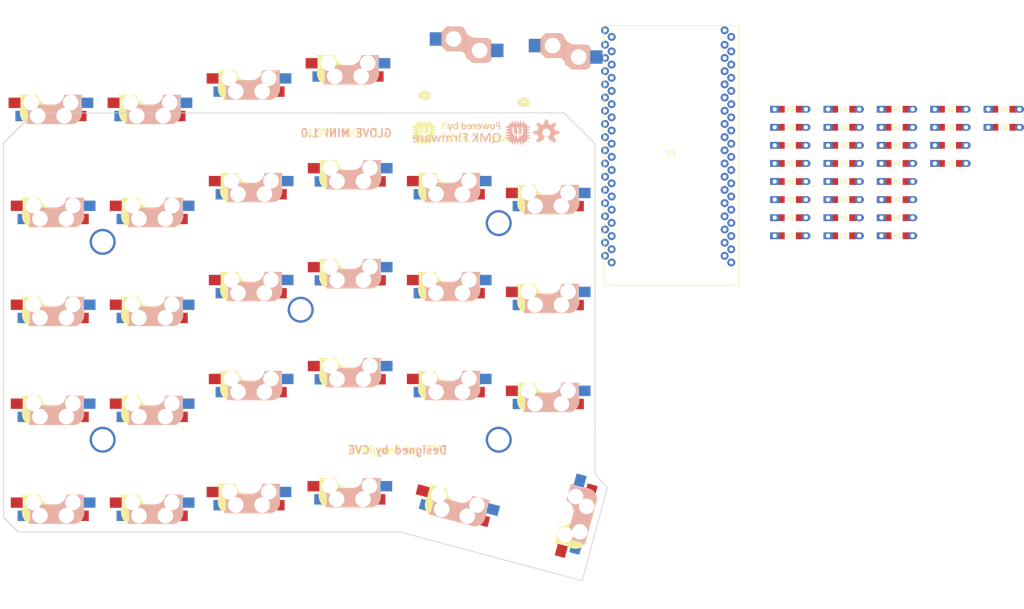
<source format=kicad_pcb>
(kicad_pcb (version 20171130) (host pcbnew 5.1.9)
  (layers (0 F.Cu signal) (31 B.Cu signal) (34 B.Paste user) (35 F.Paste user) (36 B.SilkS user) (37 F.SilkS user) (38 B.Mask user) (39 F.Mask user) (44 Edge.Cuts user))
  (net 0 "")
  (net 1 "Net-(U1-Pad3)")
  (net 2 "Net-(U1-Pad9)")
  (net 3 "Net-(U1-Pad5)")
  (net 4 "Net-(U1-Pad7)")
  (net 5 "Net-(U1-Pad6)")
  (net 6 "Net-(U1-Pad8)")
  (net 7 "Net-(U1-Pad2)")
  (net 8 "Net-(U1-Pad4)")
  (net 9 "Net-(U1-Pad1)")
  (net 10 "Net-(U1-Pad11)")
  (net 11 "Net-(U1-Pad12)")
  (net 12 "Net-(U1-Pad10)")
  (net 13 "Net-(U1-Pad34)")
  (net 14 "Net-(U1-Pad33)")
  (net 15 "Net-(U1-Pad32)")
  (net 16 "Net-(U1-Pad31)")
  (net 17 "Net-(U1-Pad30)")
  (net 18 "Net-(U1-Pad29)")
  (net 19 "Net-(U1-Pad28)")
  (net 20 "Net-(U1-Pad21)")
  (net 21 "Net-(U1-Pad20)")
  (net 22 "Net-(U1-Pad19)")
  (net 23 "Net-(U1-Pad18)")
  (net 24 Column1)
  (net 25 Column2)
  (net 26 Column3)
  (net 27 "Net-(D11-Pad1)")
  (net 28 "Net-(D12-Pad1)")
  (net 29 "Net-(D15-Pad1)")
  (net 30 Column4)
  (net 31 "Net-(D16-Pad1)")
  (net 32 Column5)
  (net 33 "Net-(D21-Pad1)")
  (net 34 "Net-(D22-Pad1)")
  (net 35 "Net-(D23-Pad1)")
  (net 36 "Net-(D25-Pad1)")
  (net 37 "Net-(D26-Pad1)")
  (net 38 Row1)
  (net 39 Row4)
  (net 40 Row5)
  (net 41 Row2)
  (net 42 Row3)
  (net 43 Column6)
  (net 44 "Net-(D31-Pad1)")
  (net 45 "Net-(D32-Pad1)")
  (net 46 "Net-(D42-Pad1)")
  (net 47 "Net-(D13-Pad1)")
  (net 48 "Net-(D33-Pad1)")
  (net 49 "Net-(D14-Pad1)")
  (net 50 "Net-(D24-Pad1)")
  (net 51 "Net-(D34-Pad1)")
  (net 52 "Net-(D44-Pad1)")
  (net 53 "Net-(D35-Pad1)")
  (net 54 "Net-(D45-Pad1)")
  (net 55 "Net-(D36-Pad1)")
  (net 56 "Net-(D46-Pad1)")
  (net 57 "Net-(D25-Pad2)")
  (net 58 "Net-(D41-Pad1)")
  (net 59 "Net-(D43-Pad1)")
  (net 60 "Net-(D51-Pad1)")
  (net 61 "Net-(D52-Pad1)")
  (net 62 "Net-(D53-Pad1)")
  (net 63 "Net-(D54-Pad1)")
  (net 64 "Net-(D55-Pad1)")
  (net 65 "Net-(D56-Pad1)")
  (net 66 "Net-(K16-Pad1)")
  (module kbd:D3_TH_SMD_v2 (layer F.Cu) (at 238.98 49.76)
    (fp_text reference D56 hide)
    (fp_text value DIODE-MyKiCadLibs-Lib hide)
    (pad 2 smd rect (at 1.775 0 180) (size 1.4 1.3) (layers F.Cu F.Paste F.Mask) (net 40 Row5))
    (pad 1 smd rect (at -1.775 0 180) (size 1.4 1.3) (layers F.Cu F.Paste F.Mask) (net 65 "Net-(D56-Pad1)"))
    (pad 2 thru_hole oval (at 3 0) (size 1.778 1.3) (drill 0.8128) (layers *.Cu B.Mask) (net 40 Row5))
    (pad 1 thru_hole rect (at -3 0) (size 1.778 1.3) (drill 0.8128) (layers *.Cu B.Mask) (net 65 "Net-(D56-Pad1)"))
  )
  (module kbd:D3_TH_SMD_v2 (layer F.Cu) (at 238.98 46.28)
    (fp_text reference D55 hide)
    (fp_text value DIODE-MyKiCadLibs-Lib hide)
    (pad 2 smd rect (at 1.775 0 180) (size 1.4 1.3) (layers F.Cu F.Paste F.Mask) (net 40 Row5))
    (pad 1 smd rect (at -1.775 0 180) (size 1.4 1.3) (layers F.Cu F.Paste F.Mask) (net 64 "Net-(D55-Pad1)"))
    (pad 2 thru_hole oval (at 3 0) (size 1.778 1.3) (drill 0.8128) (layers *.Cu B.Mask) (net 40 Row5))
    (pad 1 thru_hole rect (at -3 0) (size 1.778 1.3) (drill 0.8128) (layers *.Cu B.Mask) (net 64 "Net-(D55-Pad1)"))
  )
  (module kbd:D3_TH_SMD_v2 (layer F.Cu) (at 238.98 42.8)
    (fp_text reference D54 hide)
    (fp_text value DIODE-MyKiCadLibs-Lib hide)
    (pad 2 smd rect (at 1.775 0 180) (size 1.4 1.3) (layers F.Cu F.Paste F.Mask) (net 40 Row5))
    (pad 1 smd rect (at -1.775 0 180) (size 1.4 1.3) (layers F.Cu F.Paste F.Mask) (net 63 "Net-(D54-Pad1)"))
    (pad 2 thru_hole oval (at 3 0) (size 1.778 1.3) (drill 0.8128) (layers *.Cu B.Mask) (net 40 Row5))
    (pad 1 thru_hole rect (at -3 0) (size 1.778 1.3) (drill 0.8128) (layers *.Cu B.Mask) (net 63 "Net-(D54-Pad1)"))
  )
  (module kbd:D3_TH_SMD_v2 (layer F.Cu) (at 249.25 35.84)
    (fp_text reference D53 hide)
    (fp_text value DIODE-MyKiCadLibs-Lib hide)
    (pad 2 smd rect (at 1.775 0 180) (size 1.4 1.3) (layers F.Cu F.Paste F.Mask) (net 40 Row5))
    (pad 1 smd rect (at -1.775 0 180) (size 1.4 1.3) (layers F.Cu F.Paste F.Mask) (net 62 "Net-(D53-Pad1)"))
    (pad 2 thru_hole oval (at 3 0) (size 1.778 1.3) (drill 0.8128) (layers *.Cu B.Mask) (net 40 Row5))
    (pad 1 thru_hole rect (at -3 0) (size 1.778 1.3) (drill 0.8128) (layers *.Cu B.Mask) (net 62 "Net-(D53-Pad1)"))
  )
  (module kbd:D3_TH_SMD_v2 (layer F.Cu) (at 259.52 28.88)
    (fp_text reference D52 hide)
    (fp_text value DIODE-MyKiCadLibs-Lib hide)
    (pad 2 smd rect (at 1.775 0 180) (size 1.4 1.3) (layers F.Cu F.Paste F.Mask) (net 40 Row5))
    (pad 1 smd rect (at -1.775 0 180) (size 1.4 1.3) (layers F.Cu F.Paste F.Mask) (net 61 "Net-(D52-Pad1)"))
    (pad 2 thru_hole oval (at 3 0) (size 1.778 1.3) (drill 0.8128) (layers *.Cu B.Mask) (net 40 Row5))
    (pad 1 thru_hole rect (at -3 0) (size 1.778 1.3) (drill 0.8128) (layers *.Cu B.Mask) (net 61 "Net-(D52-Pad1)"))
  )
  (module kbd:D3_TH_SMD_v2 (layer F.Cu) (at 249.25 32.36)
    (fp_text reference D51 hide)
    (fp_text value DIODE-MyKiCadLibs-Lib hide)
    (pad 2 smd rect (at 1.775 0 180) (size 1.4 1.3) (layers F.Cu F.Paste F.Mask) (net 40 Row5))
    (pad 1 smd rect (at -1.775 0 180) (size 1.4 1.3) (layers F.Cu F.Paste F.Mask) (net 60 "Net-(D51-Pad1)"))
    (pad 2 thru_hole oval (at 3 0) (size 1.778 1.3) (drill 0.8128) (layers *.Cu B.Mask) (net 40 Row5))
    (pad 1 thru_hole rect (at -3 0) (size 1.778 1.3) (drill 0.8128) (layers *.Cu B.Mask) (net 60 "Net-(D51-Pad1)"))
  )
  (module kbd:D3_TH_SMD_v2 (layer F.Cu) (at 238.98 39.32)
    (fp_text reference D46 hide)
    (fp_text value DIODE-MyKiCadLibs-Lib hide)
    (pad 2 smd rect (at 1.775 0 180) (size 1.4 1.3) (layers F.Cu F.Paste F.Mask) (net 39 Row4))
    (pad 1 smd rect (at -1.775 0 180) (size 1.4 1.3) (layers F.Cu F.Paste F.Mask) (net 56 "Net-(D46-Pad1)"))
    (pad 2 thru_hole oval (at 3 0) (size 1.778 1.3) (drill 0.8128) (layers *.Cu B.Mask) (net 39 Row4))
    (pad 1 thru_hole rect (at -3 0) (size 1.778 1.3) (drill 0.8128) (layers *.Cu B.Mask) (net 56 "Net-(D46-Pad1)"))
  )
  (module kbd:D3_TH_SMD_v2 (layer F.Cu) (at 228.71 49.76)
    (fp_text reference D45 hide)
    (fp_text value DIODE-MyKiCadLibs-Lib hide)
    (pad 2 smd rect (at 1.775 0 180) (size 1.4 1.3) (layers F.Cu F.Paste F.Mask) (net 39 Row4))
    (pad 1 smd rect (at -1.775 0 180) (size 1.4 1.3) (layers F.Cu F.Paste F.Mask) (net 54 "Net-(D45-Pad1)"))
    (pad 2 thru_hole oval (at 3 0) (size 1.778 1.3) (drill 0.8128) (layers *.Cu B.Mask) (net 39 Row4))
    (pad 1 thru_hole rect (at -3 0) (size 1.778 1.3) (drill 0.8128) (layers *.Cu B.Mask) (net 54 "Net-(D45-Pad1)"))
  )
  (module kbd:D3_TH_SMD_v2 (layer F.Cu) (at 259.52 25.4)
    (fp_text reference D44 hide)
    (fp_text value DIODE-MyKiCadLibs-Lib hide)
    (pad 2 smd rect (at 1.775 0 180) (size 1.4 1.3) (layers F.Cu F.Paste F.Mask) (net 39 Row4))
    (pad 1 smd rect (at -1.775 0 180) (size 1.4 1.3) (layers F.Cu F.Paste F.Mask) (net 52 "Net-(D44-Pad1)"))
    (pad 2 thru_hole oval (at 3 0) (size 1.778 1.3) (drill 0.8128) (layers *.Cu B.Mask) (net 39 Row4))
    (pad 1 thru_hole rect (at -3 0) (size 1.778 1.3) (drill 0.8128) (layers *.Cu B.Mask) (net 52 "Net-(D44-Pad1)"))
  )
  (module kbd:D3_TH_SMD_v2 (layer F.Cu) (at 228.71 46.28)
    (fp_text reference D43 hide)
    (fp_text value DIODE-MyKiCadLibs-Lib hide)
    (pad 2 smd rect (at 1.775 0 180) (size 1.4 1.3) (layers F.Cu F.Paste F.Mask) (net 39 Row4))
    (pad 1 smd rect (at -1.775 0 180) (size 1.4 1.3) (layers F.Cu F.Paste F.Mask) (net 59 "Net-(D43-Pad1)"))
    (pad 2 thru_hole oval (at 3 0) (size 1.778 1.3) (drill 0.8128) (layers *.Cu B.Mask) (net 39 Row4))
    (pad 1 thru_hole rect (at -3 0) (size 1.778 1.3) (drill 0.8128) (layers *.Cu B.Mask) (net 59 "Net-(D43-Pad1)"))
  )
  (module kbd:D3_TH_SMD_v2 (layer F.Cu) (at 228.71 42.8)
    (fp_text reference D42 hide)
    (fp_text value DIODE-MyKiCadLibs-Lib hide)
    (pad 2 smd rect (at 1.775 0 180) (size 1.4 1.3) (layers F.Cu F.Paste F.Mask) (net 39 Row4))
    (pad 1 smd rect (at -1.775 0 180) (size 1.4 1.3) (layers F.Cu F.Paste F.Mask) (net 46 "Net-(D42-Pad1)"))
    (pad 2 thru_hole oval (at 3 0) (size 1.778 1.3) (drill 0.8128) (layers *.Cu B.Mask) (net 39 Row4))
    (pad 1 thru_hole rect (at -3 0) (size 1.778 1.3) (drill 0.8128) (layers *.Cu B.Mask) (net 46 "Net-(D42-Pad1)"))
  )
  (module kbd:D3_TH_SMD_v2 (layer F.Cu) (at 238.98 35.84)
    (fp_text reference D41 hide)
    (fp_text value DIODE-MyKiCadLibs-Lib hide)
    (pad 2 smd rect (at 1.775 0 180) (size 1.4 1.3) (layers F.Cu F.Paste F.Mask) (net 39 Row4))
    (pad 1 smd rect (at -1.775 0 180) (size 1.4 1.3) (layers F.Cu F.Paste F.Mask) (net 58 "Net-(D41-Pad1)"))
    (pad 2 thru_hole oval (at 3 0) (size 1.778 1.3) (drill 0.8128) (layers *.Cu B.Mask) (net 39 Row4))
    (pad 1 thru_hole rect (at -3 0) (size 1.778 1.3) (drill 0.8128) (layers *.Cu B.Mask) (net 58 "Net-(D41-Pad1)"))
  )
  (module kbd:D3_TH_SMD_v2 (layer F.Cu) (at 249.25 28.88)
    (fp_text reference D36 hide)
    (fp_text value DIODE-MyKiCadLibs-Lib hide)
    (pad 2 smd rect (at 1.775 0 180) (size 1.4 1.3) (layers F.Cu F.Paste F.Mask) (net 42 Row3))
    (pad 1 smd rect (at -1.775 0 180) (size 1.4 1.3) (layers F.Cu F.Paste F.Mask) (net 55 "Net-(D36-Pad1)"))
    (pad 2 thru_hole oval (at 3 0) (size 1.778 1.3) (drill 0.8128) (layers *.Cu B.Mask) (net 42 Row3))
    (pad 1 thru_hole rect (at -3 0) (size 1.778 1.3) (drill 0.8128) (layers *.Cu B.Mask) (net 55 "Net-(D36-Pad1)"))
  )
  (module kbd:D3_TH_SMD_v2 (layer F.Cu) (at 238.98 32.36)
    (fp_text reference D35 hide)
    (fp_text value DIODE-MyKiCadLibs-Lib hide)
    (pad 2 smd rect (at 1.775 0 180) (size 1.4 1.3) (layers F.Cu F.Paste F.Mask) (net 42 Row3))
    (pad 1 smd rect (at -1.775 0 180) (size 1.4 1.3) (layers F.Cu F.Paste F.Mask) (net 53 "Net-(D35-Pad1)"))
    (pad 2 thru_hole oval (at 3 0) (size 1.778 1.3) (drill 0.8128) (layers *.Cu B.Mask) (net 42 Row3))
    (pad 1 thru_hole rect (at -3 0) (size 1.778 1.3) (drill 0.8128) (layers *.Cu B.Mask) (net 53 "Net-(D35-Pad1)"))
  )
  (module kbd:D3_TH_SMD_v2 (layer F.Cu) (at 228.71 39.32)
    (fp_text reference D34 hide)
    (fp_text value DIODE-MyKiCadLibs-Lib hide)
    (pad 2 smd rect (at 1.775 0 180) (size 1.4 1.3) (layers F.Cu F.Paste F.Mask) (net 42 Row3))
    (pad 1 smd rect (at -1.775 0 180) (size 1.4 1.3) (layers F.Cu F.Paste F.Mask) (net 51 "Net-(D34-Pad1)"))
    (pad 2 thru_hole oval (at 3 0) (size 1.778 1.3) (drill 0.8128) (layers *.Cu B.Mask) (net 42 Row3))
    (pad 1 thru_hole rect (at -3 0) (size 1.778 1.3) (drill 0.8128) (layers *.Cu B.Mask) (net 51 "Net-(D34-Pad1)"))
  )
  (module kbd:D3_TH_SMD_v2 (layer F.Cu) (at 218.44 49.76)
    (fp_text reference D33 hide)
    (fp_text value DIODE-MyKiCadLibs-Lib hide)
    (pad 2 smd rect (at 1.775 0 180) (size 1.4 1.3) (layers F.Cu F.Paste F.Mask) (net 42 Row3))
    (pad 1 smd rect (at -1.775 0 180) (size 1.4 1.3) (layers F.Cu F.Paste F.Mask) (net 48 "Net-(D33-Pad1)"))
    (pad 2 thru_hole oval (at 3 0) (size 1.778 1.3) (drill 0.8128) (layers *.Cu B.Mask) (net 42 Row3))
    (pad 1 thru_hole rect (at -3 0) (size 1.778 1.3) (drill 0.8128) (layers *.Cu B.Mask) (net 48 "Net-(D33-Pad1)"))
  )
  (module kbd:D3_TH_SMD_v2 (layer F.Cu) (at 249.25 25.4)
    (fp_text reference D32 hide)
    (fp_text value DIODE-MyKiCadLibs-Lib hide)
    (pad 2 smd rect (at 1.775 0 180) (size 1.4 1.3) (layers F.Cu F.Paste F.Mask) (net 42 Row3))
    (pad 1 smd rect (at -1.775 0 180) (size 1.4 1.3) (layers F.Cu F.Paste F.Mask) (net 45 "Net-(D32-Pad1)"))
    (pad 2 thru_hole oval (at 3 0) (size 1.778 1.3) (drill 0.8128) (layers *.Cu B.Mask) (net 42 Row3))
    (pad 1 thru_hole rect (at -3 0) (size 1.778 1.3) (drill 0.8128) (layers *.Cu B.Mask) (net 45 "Net-(D32-Pad1)"))
  )
  (module kbd:D3_TH_SMD_v2 (layer F.Cu) (at 218.44 46.28)
    (fp_text reference D31 hide)
    (fp_text value DIODE-MyKiCadLibs-Lib hide)
    (pad 2 smd rect (at 1.775 0 180) (size 1.4 1.3) (layers F.Cu F.Paste F.Mask) (net 42 Row3))
    (pad 1 smd rect (at -1.775 0 180) (size 1.4 1.3) (layers F.Cu F.Paste F.Mask) (net 44 "Net-(D31-Pad1)"))
    (pad 2 thru_hole oval (at 3 0) (size 1.778 1.3) (drill 0.8128) (layers *.Cu B.Mask) (net 42 Row3))
    (pad 1 thru_hole rect (at -3 0) (size 1.778 1.3) (drill 0.8128) (layers *.Cu B.Mask) (net 44 "Net-(D31-Pad1)"))
  )
  (module kbd:D3_TH_SMD_v2 (layer F.Cu) (at 218.44 42.8)
    (fp_text reference D26 hide)
    (fp_text value DIODE-MyKiCadLibs-Lib hide)
    (pad 2 smd rect (at 1.775 0 180) (size 1.4 1.3) (layers F.Cu F.Paste F.Mask) (net 41 Row2))
    (pad 1 smd rect (at -1.775 0 180) (size 1.4 1.3) (layers F.Cu F.Paste F.Mask) (net 37 "Net-(D26-Pad1)"))
    (pad 2 thru_hole oval (at 3 0) (size 1.778 1.3) (drill 0.8128) (layers *.Cu B.Mask) (net 41 Row2))
    (pad 1 thru_hole rect (at -3 0) (size 1.778 1.3) (drill 0.8128) (layers *.Cu B.Mask) (net 37 "Net-(D26-Pad1)"))
  )
  (module kbd:D3_TH_SMD_v2 (layer F.Cu) (at 228.71 35.84)
    (fp_text reference D25 hide)
    (fp_text value DIODE-MyKiCadLibs-Lib hide)
    (pad 2 smd rect (at 1.775 0 180) (size 1.4 1.3) (layers F.Cu F.Paste F.Mask) (net 57 "Net-(D25-Pad2)"))
    (pad 1 smd rect (at -1.775 0 180) (size 1.4 1.3) (layers F.Cu F.Paste F.Mask) (net 36 "Net-(D25-Pad1)"))
    (pad 2 thru_hole oval (at 3 0) (size 1.778 1.3) (drill 0.8128) (layers *.Cu B.Mask) (net 57 "Net-(D25-Pad2)"))
    (pad 1 thru_hole rect (at -3 0) (size 1.778 1.3) (drill 0.8128) (layers *.Cu B.Mask) (net 36 "Net-(D25-Pad1)"))
  )
  (module kbd:D3_TH_SMD_v2 (layer F.Cu) (at 238.98 28.88)
    (fp_text reference D24 hide)
    (fp_text value DIODE-MyKiCadLibs-Lib hide)
    (pad 2 smd rect (at 1.775 0 180) (size 1.4 1.3) (layers F.Cu F.Paste F.Mask) (net 41 Row2))
    (pad 1 smd rect (at -1.775 0 180) (size 1.4 1.3) (layers F.Cu F.Paste F.Mask) (net 50 "Net-(D24-Pad1)"))
    (pad 2 thru_hole oval (at 3 0) (size 1.778 1.3) (drill 0.8128) (layers *.Cu B.Mask) (net 41 Row2))
    (pad 1 thru_hole rect (at -3 0) (size 1.778 1.3) (drill 0.8128) (layers *.Cu B.Mask) (net 50 "Net-(D24-Pad1)"))
  )
  (module kbd:D3_TH_SMD_v2 (layer F.Cu) (at 228.71 32.36)
    (fp_text reference D23 hide)
    (fp_text value DIODE-MyKiCadLibs-Lib hide)
    (pad 2 smd rect (at 1.775 0 180) (size 1.4 1.3) (layers F.Cu F.Paste F.Mask) (net 41 Row2))
    (pad 1 smd rect (at -1.775 0 180) (size 1.4 1.3) (layers F.Cu F.Paste F.Mask) (net 35 "Net-(D23-Pad1)"))
    (pad 2 thru_hole oval (at 3 0) (size 1.778 1.3) (drill 0.8128) (layers *.Cu B.Mask) (net 41 Row2))
    (pad 1 thru_hole rect (at -3 0) (size 1.778 1.3) (drill 0.8128) (layers *.Cu B.Mask) (net 35 "Net-(D23-Pad1)"))
  )
  (module kbd:D3_TH_SMD_v2 (layer F.Cu) (at 218.44 39.32)
    (fp_text reference D22 hide)
    (fp_text value DIODE-MyKiCadLibs-Lib hide)
    (pad 2 smd rect (at 1.775 0 180) (size 1.4 1.3) (layers F.Cu F.Paste F.Mask) (net 41 Row2))
    (pad 1 smd rect (at -1.775 0 180) (size 1.4 1.3) (layers F.Cu F.Paste F.Mask) (net 34 "Net-(D22-Pad1)"))
    (pad 2 thru_hole oval (at 3 0) (size 1.778 1.3) (drill 0.8128) (layers *.Cu B.Mask) (net 41 Row2))
    (pad 1 thru_hole rect (at -3 0) (size 1.778 1.3) (drill 0.8128) (layers *.Cu B.Mask) (net 34 "Net-(D22-Pad1)"))
  )
  (module kbd:D3_TH_SMD_v2 (layer F.Cu) (at 238.98 25.4)
    (fp_text reference D21 hide)
    (fp_text value DIODE-MyKiCadLibs-Lib hide)
    (pad 2 smd rect (at 1.775 0 180) (size 1.4 1.3) (layers F.Cu F.Paste F.Mask) (net 41 Row2))
    (pad 1 smd rect (at -1.775 0 180) (size 1.4 1.3) (layers F.Cu F.Paste F.Mask) (net 33 "Net-(D21-Pad1)"))
    (pad 2 thru_hole oval (at 3 0) (size 1.778 1.3) (drill 0.8128) (layers *.Cu B.Mask) (net 41 Row2))
    (pad 1 thru_hole rect (at -3 0) (size 1.778 1.3) (drill 0.8128) (layers *.Cu B.Mask) (net 33 "Net-(D21-Pad1)"))
  )
  (module kbd:D3_TH_SMD_v2 (layer F.Cu) (at 218.44 35.84)
    (fp_text reference D16 hide)
    (fp_text value DIODE-MyKiCadLibs-Lib hide)
    (pad 2 smd rect (at 1.775 0 180) (size 1.4 1.3) (layers F.Cu F.Paste F.Mask) (net 38 Row1))
    (pad 1 smd rect (at -1.775 0 180) (size 1.4 1.3) (layers F.Cu F.Paste F.Mask) (net 31 "Net-(D16-Pad1)"))
    (pad 2 thru_hole oval (at 3 0) (size 1.778 1.3) (drill 0.8128) (layers *.Cu B.Mask) (net 38 Row1))
    (pad 1 thru_hole rect (at -3 0) (size 1.778 1.3) (drill 0.8128) (layers *.Cu B.Mask) (net 31 "Net-(D16-Pad1)"))
  )
  (module kbd:D3_TH_SMD_v2 (layer F.Cu) (at 228.71 28.88)
    (fp_text reference D15 hide)
    (fp_text value DIODE-MyKiCadLibs-Lib hide)
    (pad 2 smd rect (at 1.775 0 180) (size 1.4 1.3) (layers F.Cu F.Paste F.Mask) (net 38 Row1))
    (pad 1 smd rect (at -1.775 0 180) (size 1.4 1.3) (layers F.Cu F.Paste F.Mask) (net 29 "Net-(D15-Pad1)"))
    (pad 2 thru_hole oval (at 3 0) (size 1.778 1.3) (drill 0.8128) (layers *.Cu B.Mask) (net 38 Row1))
    (pad 1 thru_hole rect (at -3 0) (size 1.778 1.3) (drill 0.8128) (layers *.Cu B.Mask) (net 29 "Net-(D15-Pad1)"))
  )
  (module kbd:D3_TH_SMD_v2 (layer F.Cu) (at 218.44 32.36)
    (fp_text reference D14 hide)
    (fp_text value DIODE-MyKiCadLibs-Lib hide)
    (pad 2 smd rect (at 1.775 0 180) (size 1.4 1.3) (layers F.Cu F.Paste F.Mask) (net 38 Row1))
    (pad 1 smd rect (at -1.775 0 180) (size 1.4 1.3) (layers F.Cu F.Paste F.Mask) (net 49 "Net-(D14-Pad1)"))
    (pad 2 thru_hole oval (at 3 0) (size 1.778 1.3) (drill 0.8128) (layers *.Cu B.Mask) (net 38 Row1))
    (pad 1 thru_hole rect (at -3 0) (size 1.778 1.3) (drill 0.8128) (layers *.Cu B.Mask) (net 49 "Net-(D14-Pad1)"))
  )
  (module kbd:D3_TH_SMD_v2 (layer F.Cu) (at 228.71 25.4)
    (fp_text reference D13 hide)
    (fp_text value DIODE-MyKiCadLibs-Lib hide)
    (pad 2 smd rect (at 1.775 0 180) (size 1.4 1.3) (layers F.Cu F.Paste F.Mask) (net 38 Row1))
    (pad 1 smd rect (at -1.775 0 180) (size 1.4 1.3) (layers F.Cu F.Paste F.Mask) (net 47 "Net-(D13-Pad1)"))
    (pad 2 thru_hole oval (at 3 0) (size 1.778 1.3) (drill 0.8128) (layers *.Cu B.Mask) (net 38 Row1))
    (pad 1 thru_hole rect (at -3 0) (size 1.778 1.3) (drill 0.8128) (layers *.Cu B.Mask) (net 47 "Net-(D13-Pad1)"))
  )
  (module kbd:D3_TH_SMD_v2 (layer F.Cu) (at 218.44 28.88)
    (fp_text reference D12 hide)
    (fp_text value diode11 hide)
    (pad 2 smd rect (at 1.775 0 180) (size 1.4 1.3) (layers F.Cu F.Paste F.Mask) (net 38 Row1))
    (pad 1 smd rect (at -1.775 0 180) (size 1.4 1.3) (layers F.Cu F.Paste F.Mask) (net 28 "Net-(D12-Pad1)"))
    (pad 2 thru_hole oval (at 3 0) (size 1.778 1.3) (drill 0.8128) (layers *.Cu B.Mask) (net 38 Row1))
    (pad 1 thru_hole rect (at -3 0) (size 1.778 1.3) (drill 0.8128) (layers *.Cu B.Mask) (net 28 "Net-(D12-Pad1)"))
  )
  (module kbd:D3_TH_SMD_v2 (layer F.Cu) (at 218.44 25.4)
    (fp_text reference D11 hide)
    (fp_text value diode hide)
    (pad 2 smd rect (at 1.775 0 180) (size 1.4 1.3) (layers F.Cu F.Paste F.Mask) (net 38 Row1))
    (pad 1 smd rect (at -1.775 0 180) (size 1.4 1.3) (layers F.Cu F.Paste F.Mask) (net 27 "Net-(D11-Pad1)"))
    (pad 2 thru_hole oval (at 3 0) (size 1.778 1.3) (drill 0.8128) (layers *.Cu B.Mask) (net 38 Row1))
    (pad 1 thru_hole rect (at -3 0) (size 1.778 1.3) (drill 0.8128) (layers *.Cu B.Mask) (net 27 "Net-(D11-Pad1)"))
  )
  (module kbd:ChocV1_V2_Hotswap_1.5u (layer F.Cu) (at 153.67 17.78 180)
    (fp_text reference K55 hide)
    (fp_text value KEYSW-redox_rev1-rescue-fifth-rescue hide)
    (pad "" np_thru_hole circle (at 5.5 0 270) (size 1.9 1.9) (drill 1.9) (layers *.Cu))
    (pad "" np_thru_hole circle (at -5.5 0 270) (size 1.9 1.9) (drill 1.9) (layers *.Cu))
    (pad "" np_thru_hole circle (at 0 0 270) (size 5 5) (drill 5) (layers *.Cu))
    (pad "" np_thru_hole circle (at 0 5.9 270) (size 3 3) (drill 3) (layers *.Cu *.Mask))
    (pad "" np_thru_hole circle (at -5 3.7 270) (size 3 3) (drill 3) (layers *.Cu *.Mask))
    (pad 2 smd rect (at 3.3 5.9) (size 2.6 2.6) (layers B.Cu B.Paste B.Mask) (net 64 "Net-(D55-Pad1)"))
    (pad 1 smd rect (at -8.3 3.7) (size 2.6 2.6) (layers B.Cu B.Paste B.Mask) (net 32 Column5))
    (pad "" thru_hole oval (at 5.55 -5) (size 2.2 1.5) (drill oval 1 0.3) (layers *.Cu F.SilkS B.Mask))
  )
  (module kbd:ChocV1_V2_Hotswap_1.5u (layer F.Cu) (at 172.72 19.05 180)
    (fp_text reference K56 hide)
    (fp_text value KEYSW-redox_rev1-rescue-fifth-rescue hide)
    (pad "" np_thru_hole circle (at 5.5 0 270) (size 1.9 1.9) (drill 1.9) (layers *.Cu))
    (pad "" np_thru_hole circle (at -5.5 0 270) (size 1.9 1.9) (drill 1.9) (layers *.Cu))
    (pad "" np_thru_hole circle (at 0 0 270) (size 5 5) (drill 5) (layers *.Cu))
    (pad "" np_thru_hole circle (at 0 5.9 270) (size 3 3) (drill 3) (layers *.Cu *.Mask))
    (pad "" np_thru_hole circle (at -5 3.7 270) (size 3 3) (drill 3) (layers *.Cu *.Mask))
    (pad 2 smd rect (at 3.3 5.9) (size 2.6 2.6) (layers B.Cu B.Paste B.Mask) (net 65 "Net-(D56-Pad1)"))
    (pad 1 smd rect (at -8.3 3.7) (size 2.6 2.6) (layers B.Cu B.Paste B.Mask) (net 43 Column6))
    (pad "" thru_hole oval (at 5.55 -5) (size 2.2 1.5) (drill oval 1 0.3) (layers *.Cu F.SilkS B.Mask))
  )
  (module kbd:CherryMX_MidHeight_Hotswap (layer F.Cu) (at 133.35 13.97 180)
    (fp_text reference K54 hide)
    (fp_text value KEYSW-redox_rev1-rescue-fifth-rescue hide)
    (pad "" np_thru_hole circle (at 4.5 0 180) (size 1.7 1.7) (drill 1.7) (layers *.Cu *.Mask))
    (pad "" np_thru_hole circle (at -4.5 0 180) (size 1.7 1.7) (drill 1.7) (layers *.Cu *.Mask))
    (pad 2 smd rect (at 5.7 -5.12) (size 2.3 2) (layers B.Cu B.Paste B.Mask) (net 63 "Net-(D54-Pad1)"))
    (pad "" np_thru_hole circle (at -5.08 0 180) (size 1.9 1.9) (drill 1.9) (layers *.Cu *.Mask))
    (pad "" np_thru_hole circle (at 5.08 0 180) (size 1.9 1.9) (drill 1.9) (layers *.Cu *.Mask))
    (pad "" np_thru_hole circle (at 0 0 270) (size 4.1 4.1) (drill 4.1) (layers *.Cu *.Mask))
    (pad "" np_thru_hole circle (at 2.54 -5.08) (size 3 3) (drill 3) (layers *.Cu *.Mask))
    (pad "" np_thru_hole circle (at 3.81 -2.540001) (size 3 3) (drill 3) (layers *.Cu *.Mask))
    (pad "" np_thru_hole circle (at -2.54 -5.08) (size 3 3) (drill 3) (layers *.Cu *.Mask))
    (pad "" np_thru_hole circle (at -3.81 -2.54) (size 3 3) (drill 3) (layers *.Cu *.Mask))
    (pad 2 smd rect (at -5.7 -5.12) (size 2.3 2) (layers F.Cu F.Paste F.Mask) (net 63 "Net-(D54-Pad1)"))
    (pad 1 smd rect (at 7 -2.58) (size 2.3 2) (layers F.Cu F.Paste F.Mask) (net 30 Column4))
    (pad 1 smd rect (at -7 -2.58) (size 2.3 2) (layers B.Cu B.Paste B.Mask) (net 30 Column4))
  )
  (module kbd:CherryMX_MidHeight_Hotswap (layer F.Cu) (at 114.3 16.89 180)
    (fp_text reference K53 hide)
    (fp_text value KEYSW-redox_rev1-rescue-fifth-rescue hide)
    (pad "" np_thru_hole circle (at 4.5 0 180) (size 1.7 1.7) (drill 1.7) (layers *.Cu *.Mask))
    (pad "" np_thru_hole circle (at -4.5 0 180) (size 1.7 1.7) (drill 1.7) (layers *.Cu *.Mask))
    (pad 2 smd rect (at 5.7 -5.12) (size 2.3 2) (layers B.Cu B.Paste B.Mask) (net 62 "Net-(D53-Pad1)"))
    (pad "" np_thru_hole circle (at -5.08 0 180) (size 1.9 1.9) (drill 1.9) (layers *.Cu *.Mask))
    (pad "" np_thru_hole circle (at 5.08 0 180) (size 1.9 1.9) (drill 1.9) (layers *.Cu *.Mask))
    (pad "" np_thru_hole circle (at 0 0 270) (size 4.1 4.1) (drill 4.1) (layers *.Cu *.Mask))
    (pad "" np_thru_hole circle (at 2.54 -5.08) (size 3 3) (drill 3) (layers *.Cu *.Mask))
    (pad "" np_thru_hole circle (at 3.81 -2.540001) (size 3 3) (drill 3) (layers *.Cu *.Mask))
    (pad "" np_thru_hole circle (at -2.54 -5.08) (size 3 3) (drill 3) (layers *.Cu *.Mask))
    (pad "" np_thru_hole circle (at -3.81 -2.54) (size 3 3) (drill 3) (layers *.Cu *.Mask))
    (pad 2 smd rect (at -5.7 -5.12) (size 2.3 2) (layers F.Cu F.Paste F.Mask) (net 62 "Net-(D53-Pad1)"))
    (pad 1 smd rect (at 7 -2.58) (size 2.3 2) (layers F.Cu F.Paste F.Mask) (net 26 Column3))
    (pad 1 smd rect (at -7 -2.58) (size 2.3 2) (layers B.Cu B.Paste B.Mask) (net 26 Column3))
  )
  (module kbd:CherryMX_MidHeight_Hotswap (layer F.Cu) (at 95.25 21.59 180)
    (fp_text reference K52 hide)
    (fp_text value KEYSW-redox_rev1-rescue hide)
    (pad "" np_thru_hole circle (at 4.5 0 180) (size 1.7 1.7) (drill 1.7) (layers *.Cu *.Mask))
    (pad "" np_thru_hole circle (at -4.5 0 180) (size 1.7 1.7) (drill 1.7) (layers *.Cu *.Mask))
    (pad 2 smd rect (at 5.7 -5.12) (size 2.3 2) (layers B.Cu B.Paste B.Mask) (net 61 "Net-(D52-Pad1)"))
    (pad "" np_thru_hole circle (at -5.08 0 180) (size 1.9 1.9) (drill 1.9) (layers *.Cu *.Mask))
    (pad "" np_thru_hole circle (at 5.08 0 180) (size 1.9 1.9) (drill 1.9) (layers *.Cu *.Mask))
    (pad "" np_thru_hole circle (at 0 0 270) (size 4.1 4.1) (drill 4.1) (layers *.Cu *.Mask))
    (pad "" np_thru_hole circle (at 2.54 -5.08) (size 3 3) (drill 3) (layers *.Cu *.Mask))
    (pad "" np_thru_hole circle (at 3.81 -2.540001) (size 3 3) (drill 3) (layers *.Cu *.Mask))
    (pad "" np_thru_hole circle (at -2.54 -5.08) (size 3 3) (drill 3) (layers *.Cu *.Mask))
    (pad "" np_thru_hole circle (at -3.81 -2.54) (size 3 3) (drill 3) (layers *.Cu *.Mask))
    (pad 2 smd rect (at -5.7 -5.12) (size 2.3 2) (layers F.Cu F.Paste F.Mask) (net 61 "Net-(D52-Pad1)"))
    (pad 1 smd rect (at 7 -2.58) (size 2.3 2) (layers F.Cu F.Paste F.Mask) (net 25 Column2))
    (pad 1 smd rect (at -7 -2.58) (size 2.3 2) (layers B.Cu B.Paste B.Mask) (net 25 Column2))
  )
  (module kbd:CherryMX_MidHeight_Hotswap (layer F.Cu) (at 76.2 21.59 180)
    (fp_text reference K51 hide)
    (fp_text value KEYSW-redox_rev1-rescue hide)
    (pad "" np_thru_hole circle (at 4.5 0 180) (size 1.7 1.7) (drill 1.7) (layers *.Cu *.Mask))
    (pad "" np_thru_hole circle (at -4.5 0 180) (size 1.7 1.7) (drill 1.7) (layers *.Cu *.Mask))
    (pad 2 smd rect (at 5.7 -5.12) (size 2.3 2) (layers B.Cu B.Paste B.Mask) (net 60 "Net-(D51-Pad1)"))
    (pad "" np_thru_hole circle (at -5.08 0 180) (size 1.9 1.9) (drill 1.9) (layers *.Cu *.Mask))
    (pad "" np_thru_hole circle (at 5.08 0 180) (size 1.9 1.9) (drill 1.9) (layers *.Cu *.Mask))
    (pad "" np_thru_hole circle (at 0 0 270) (size 4.1 4.1) (drill 4.1) (layers *.Cu *.Mask))
    (pad "" np_thru_hole circle (at 2.54 -5.08) (size 3 3) (drill 3) (layers *.Cu *.Mask))
    (pad "" np_thru_hole circle (at 3.81 -2.540001) (size 3 3) (drill 3) (layers *.Cu *.Mask))
    (pad "" np_thru_hole circle (at -2.54 -5.08) (size 3 3) (drill 3) (layers *.Cu *.Mask))
    (pad "" np_thru_hole circle (at -3.81 -2.54) (size 3 3) (drill 3) (layers *.Cu *.Mask))
    (pad 2 smd rect (at -5.7 -5.12) (size 2.3 2) (layers F.Cu F.Paste F.Mask) (net 60 "Net-(D51-Pad1)"))
    (pad 1 smd rect (at 7 -2.58) (size 2.3 2) (layers F.Cu F.Paste F.Mask) (net 24 Column1))
    (pad 1 smd rect (at -7 -2.58) (size 2.3 2) (layers B.Cu B.Paste B.Mask) (net 24 Column1))
  )
  (module kbd:CherryMX_MidHeight_Hotswap (layer F.Cu) (at 173.7 103 255)
    (fp_text reference K46 hide)
    (fp_text value KEYSW-redox_rev1-rescue hide)
    (pad "" np_thru_hole circle (at 4.5 0 255) (size 1.7 1.7) (drill 1.7) (layers *.Cu *.Mask))
    (pad "" np_thru_hole circle (at -4.5 0 255) (size 1.7 1.7) (drill 1.7) (layers *.Cu *.Mask))
    (pad 2 smd rect (at 5.7 -5.12 75) (size 2.3 2) (layers B.Cu B.Paste B.Mask) (net 56 "Net-(D46-Pad1)"))
    (pad "" np_thru_hole circle (at -5.08 0 255) (size 1.9 1.9) (drill 1.9) (layers *.Cu *.Mask))
    (pad "" np_thru_hole circle (at 5.08 0 255) (size 1.9 1.9) (drill 1.9) (layers *.Cu *.Mask))
    (pad "" np_thru_hole circle (at 0 0 345) (size 4.1 4.1) (drill 4.1) (layers *.Cu *.Mask))
    (pad "" np_thru_hole circle (at 2.54 -5.08 75) (size 3 3) (drill 3) (layers *.Cu *.Mask))
    (pad "" np_thru_hole circle (at 3.81 -2.540001 75) (size 3 3) (drill 3) (layers *.Cu *.Mask))
    (pad "" np_thru_hole circle (at -2.54 -5.08 75) (size 3 3) (drill 3) (layers *.Cu *.Mask))
    (pad "" np_thru_hole circle (at -3.81 -2.54 75) (size 3 3) (drill 3) (layers *.Cu *.Mask))
    (pad 2 smd rect (at -5.7 -5.12 75) (size 2.3 2) (layers F.Cu F.Paste F.Mask) (net 56 "Net-(D46-Pad1)"))
    (pad 1 smd rect (at 7 -2.58 75) (size 2.3 2) (layers F.Cu F.Paste F.Mask) (net 66 "Net-(K16-Pad1)"))
    (pad 1 smd rect (at -7 -2.58 75) (size 2.3 2) (layers B.Cu B.Paste B.Mask) (net 66 "Net-(K16-Pad1)"))
  )
  (module kbd:CherryMX_MidHeight_Hotswap (layer B.Cu) (at 155.151 98.184 345)
    (fp_text reference K45 hide)
    (fp_text value KEYSW-redox_rev1-rescue hide)
    (pad "" np_thru_hole circle (at 4.5 0 345) (size 1.7 1.7) (drill 1.7) (layers *.Cu *.Mask))
    (pad "" np_thru_hole circle (at -4.5 0 345) (size 1.7 1.7) (drill 1.7) (layers *.Cu *.Mask))
    (pad 2 smd rect (at 5.7 5.12 165) (size 2.3 2) (layers F.Cu F.Paste F.Mask) (net 54 "Net-(D45-Pad1)"))
    (pad "" np_thru_hole circle (at -5.08 0 345) (size 1.9 1.9) (drill 1.9) (layers *.Cu *.Mask))
    (pad "" np_thru_hole circle (at 5.08 0 345) (size 1.9 1.9) (drill 1.9) (layers *.Cu *.Mask))
    (pad "" np_thru_hole circle (at 0 0 255) (size 4.1 4.1) (drill 4.1) (layers *.Cu *.Mask))
    (pad "" np_thru_hole circle (at 2.54 5.08 165) (size 3 3) (drill 3) (layers *.Cu *.Mask))
    (pad "" np_thru_hole circle (at 3.81 2.540001 165) (size 3 3) (drill 3) (layers *.Cu *.Mask))
    (pad "" np_thru_hole circle (at -2.54 5.08 165) (size 3 3) (drill 3) (layers *.Cu *.Mask))
    (pad "" np_thru_hole circle (at -3.81 2.54 165) (size 3 3) (drill 3) (layers *.Cu *.Mask))
    (pad 2 smd rect (at -5.7 5.12 165) (size 2.3 2) (layers B.Cu B.Paste B.Mask) (net 54 "Net-(D45-Pad1)"))
    (pad 1 smd rect (at 7 2.58 165) (size 2.3 2) (layers B.Cu B.Paste B.Mask) (net 32 Column5))
    (pad 1 smd rect (at -7 2.58 165) (size 2.3 2) (layers F.Cu F.Paste F.Mask) (net 32 Column5))
  )
  (module kbd:CherryMX_MidHeight_Hotswap (layer B.Cu) (at 133.7 95.4)
    (fp_text reference K44 hide)
    (fp_text value KEYSW-redox_rev1-rescue hide)
    (pad "" np_thru_hole circle (at 4.5 0) (size 1.7 1.7) (drill 1.7) (layers *.Cu *.Mask))
    (pad "" np_thru_hole circle (at -4.5 0) (size 1.7 1.7) (drill 1.7) (layers *.Cu *.Mask))
    (pad 2 smd rect (at 5.7 5.12 180) (size 2.3 2) (layers F.Cu F.Paste F.Mask) (net 52 "Net-(D44-Pad1)"))
    (pad "" np_thru_hole circle (at -5.08 0) (size 1.9 1.9) (drill 1.9) (layers *.Cu *.Mask))
    (pad "" np_thru_hole circle (at 5.08 0) (size 1.9 1.9) (drill 1.9) (layers *.Cu *.Mask))
    (pad "" np_thru_hole circle (at 0 0 270) (size 4.1 4.1) (drill 4.1) (layers *.Cu *.Mask))
    (pad "" np_thru_hole circle (at 2.54 5.08 180) (size 3 3) (drill 3) (layers *.Cu *.Mask))
    (pad "" np_thru_hole circle (at 3.81 2.540001 180) (size 3 3) (drill 3) (layers *.Cu *.Mask))
    (pad "" np_thru_hole circle (at -2.54 5.08 180) (size 3 3) (drill 3) (layers *.Cu *.Mask))
    (pad "" np_thru_hole circle (at -3.81 2.54 180) (size 3 3) (drill 3) (layers *.Cu *.Mask))
    (pad 2 smd rect (at -5.7 5.12 180) (size 2.3 2) (layers B.Cu B.Paste B.Mask) (net 52 "Net-(D44-Pad1)"))
    (pad 1 smd rect (at 7 2.58 180) (size 2.3 2) (layers B.Cu B.Paste B.Mask) (net 30 Column4))
    (pad 1 smd rect (at -7 2.58 180) (size 2.3 2) (layers F.Cu F.Paste F.Mask) (net 30 Column4))
  )
  (module kbd:CherryMX_MidHeight_Hotswap (layer F.Cu) (at 114.3 96.52 180)
    (fp_text reference K43 hide)
    (fp_text value KEYSW-redox_rev1-rescue-fifth-rescue hide)
    (pad "" np_thru_hole circle (at 4.5 0 180) (size 1.7 1.7) (drill 1.7) (layers *.Cu *.Mask))
    (pad "" np_thru_hole circle (at -4.5 0 180) (size 1.7 1.7) (drill 1.7) (layers *.Cu *.Mask))
    (pad 2 smd rect (at 5.7 -5.12) (size 2.3 2) (layers B.Cu B.Paste B.Mask) (net 59 "Net-(D43-Pad1)"))
    (pad "" np_thru_hole circle (at -5.08 0 180) (size 1.9 1.9) (drill 1.9) (layers *.Cu *.Mask))
    (pad "" np_thru_hole circle (at 5.08 0 180) (size 1.9 1.9) (drill 1.9) (layers *.Cu *.Mask))
    (pad "" np_thru_hole circle (at 0 0 270) (size 4.1 4.1) (drill 4.1) (layers *.Cu *.Mask))
    (pad "" np_thru_hole circle (at 2.54 -5.08) (size 3 3) (drill 3) (layers *.Cu *.Mask))
    (pad "" np_thru_hole circle (at 3.81 -2.540001) (size 3 3) (drill 3) (layers *.Cu *.Mask))
    (pad "" np_thru_hole circle (at -2.54 -5.08) (size 3 3) (drill 3) (layers *.Cu *.Mask))
    (pad "" np_thru_hole circle (at -3.81 -2.54) (size 3 3) (drill 3) (layers *.Cu *.Mask))
    (pad 2 smd rect (at -5.7 -5.12) (size 2.3 2) (layers F.Cu F.Paste F.Mask) (net 59 "Net-(D43-Pad1)"))
    (pad 1 smd rect (at 7 -2.58) (size 2.3 2) (layers F.Cu F.Paste F.Mask) (net 26 Column3))
    (pad 1 smd rect (at -7 -2.58) (size 2.3 2) (layers B.Cu B.Paste B.Mask) (net 26 Column3))
  )
  (module kbd:CherryMX_MidHeight_Hotswap (layer F.Cu) (at 95.676 98.565 180)
    (fp_text reference K42 hide)
    (fp_text value KEYSW-redox_rev1-rescue hide)
    (pad "" np_thru_hole circle (at 4.5 0 180) (size 1.7 1.7) (drill 1.7) (layers *.Cu *.Mask))
    (pad "" np_thru_hole circle (at -4.5 0 180) (size 1.7 1.7) (drill 1.7) (layers *.Cu *.Mask))
    (pad 2 smd rect (at 5.7 -5.12) (size 2.3 2) (layers B.Cu B.Paste B.Mask) (net 46 "Net-(D42-Pad1)"))
    (pad "" np_thru_hole circle (at -5.08 0 180) (size 1.9 1.9) (drill 1.9) (layers *.Cu *.Mask))
    (pad "" np_thru_hole circle (at 5.08 0 180) (size 1.9 1.9) (drill 1.9) (layers *.Cu *.Mask))
    (pad "" np_thru_hole circle (at 0 0 270) (size 4.1 4.1) (drill 4.1) (layers *.Cu *.Mask))
    (pad "" np_thru_hole circle (at 2.54 -5.08) (size 3 3) (drill 3) (layers *.Cu *.Mask))
    (pad "" np_thru_hole circle (at 3.81 -2.540001) (size 3 3) (drill 3) (layers *.Cu *.Mask))
    (pad "" np_thru_hole circle (at -2.54 -5.08) (size 3 3) (drill 3) (layers *.Cu *.Mask))
    (pad "" np_thru_hole circle (at -3.81 -2.54) (size 3 3) (drill 3) (layers *.Cu *.Mask))
    (pad 2 smd rect (at -5.7 -5.12) (size 2.3 2) (layers F.Cu F.Paste F.Mask) (net 46 "Net-(D42-Pad1)"))
    (pad 1 smd rect (at 7 -2.58) (size 2.3 2) (layers F.Cu F.Paste F.Mask) (net 25 Column2))
    (pad 1 smd rect (at -7 -2.58) (size 2.3 2) (layers B.Cu B.Paste B.Mask) (net 25 Column2))
  )
  (module kbd:CherryMX_MidHeight_Hotswap (layer B.Cu) (at 76.626 98.565)
    (fp_text reference K41 hide)
    (fp_text value KEYSW-redox_rev1-rescue hide)
    (pad "" np_thru_hole circle (at 4.5 0) (size 1.7 1.7) (drill 1.7) (layers *.Cu *.Mask))
    (pad "" np_thru_hole circle (at -4.5 0) (size 1.7 1.7) (drill 1.7) (layers *.Cu *.Mask))
    (pad 2 smd rect (at 5.7 5.12 180) (size 2.3 2) (layers F.Cu F.Paste F.Mask) (net 58 "Net-(D41-Pad1)"))
    (pad "" np_thru_hole circle (at -5.08 0) (size 1.9 1.9) (drill 1.9) (layers *.Cu *.Mask))
    (pad "" np_thru_hole circle (at 5.08 0) (size 1.9 1.9) (drill 1.9) (layers *.Cu *.Mask))
    (pad "" np_thru_hole circle (at 0 0 270) (size 4.1 4.1) (drill 4.1) (layers *.Cu *.Mask))
    (pad "" np_thru_hole circle (at 2.54 5.08 180) (size 3 3) (drill 3) (layers *.Cu *.Mask))
    (pad "" np_thru_hole circle (at 3.81 2.540001 180) (size 3 3) (drill 3) (layers *.Cu *.Mask))
    (pad "" np_thru_hole circle (at -2.54 5.08 180) (size 3 3) (drill 3) (layers *.Cu *.Mask))
    (pad "" np_thru_hole circle (at -3.81 2.54 180) (size 3 3) (drill 3) (layers *.Cu *.Mask))
    (pad 2 smd rect (at -5.7 5.12 180) (size 2.3 2) (layers B.Cu B.Paste B.Mask) (net 58 "Net-(D41-Pad1)"))
    (pad 1 smd rect (at 7 2.58 180) (size 2.3 2) (layers B.Cu B.Paste B.Mask) (net 24 Column1))
    (pad 1 smd rect (at -7 2.58 180) (size 2.3 2) (layers F.Cu F.Paste F.Mask) (net 24 Column1))
  )
  (module kbd:CherryMX_MidHeight_Hotswap (layer B.Cu) (at 171.876 77.038)
    (fp_text reference K36 hide)
    (fp_text value KEYSW-redox_rev1-rescue hide)
    (pad "" np_thru_hole circle (at 4.5 0) (size 1.7 1.7) (drill 1.7) (layers *.Cu *.Mask))
    (pad "" np_thru_hole circle (at -4.5 0) (size 1.7 1.7) (drill 1.7) (layers *.Cu *.Mask))
    (pad 2 smd rect (at 5.7 5.12 180) (size 2.3 2) (layers F.Cu F.Paste F.Mask) (net 55 "Net-(D36-Pad1)"))
    (pad "" np_thru_hole circle (at -5.08 0) (size 1.9 1.9) (drill 1.9) (layers *.Cu *.Mask))
    (pad "" np_thru_hole circle (at 5.08 0) (size 1.9 1.9) (drill 1.9) (layers *.Cu *.Mask))
    (pad "" np_thru_hole circle (at 0 0 270) (size 4.1 4.1) (drill 4.1) (layers *.Cu *.Mask))
    (pad "" np_thru_hole circle (at 2.54 5.08 180) (size 3 3) (drill 3) (layers *.Cu *.Mask))
    (pad "" np_thru_hole circle (at 3.81 2.540001 180) (size 3 3) (drill 3) (layers *.Cu *.Mask))
    (pad "" np_thru_hole circle (at -2.54 5.08 180) (size 3 3) (drill 3) (layers *.Cu *.Mask))
    (pad "" np_thru_hole circle (at -3.81 2.54 180) (size 3 3) (drill 3) (layers *.Cu *.Mask))
    (pad 2 smd rect (at -5.7 5.12 180) (size 2.3 2) (layers B.Cu B.Paste B.Mask) (net 55 "Net-(D36-Pad1)"))
    (pad 1 smd rect (at 7 2.58 180) (size 2.3 2) (layers B.Cu B.Paste B.Mask) (net 66 "Net-(K16-Pad1)"))
    (pad 1 smd rect (at -7 2.58 180) (size 2.3 2) (layers F.Cu F.Paste F.Mask) (net 66 "Net-(K16-Pad1)"))
  )
  (module kbd:CherryMX_MidHeight_Hotswap (layer B.Cu) (at 152.825765 74.752)
    (fp_text reference K35 hide)
    (fp_text value KEYSW-redox_rev1-rescue hide)
    (pad "" np_thru_hole circle (at 4.5 0) (size 1.7 1.7) (drill 1.7) (layers *.Cu *.Mask))
    (pad "" np_thru_hole circle (at -4.5 0) (size 1.7 1.7) (drill 1.7) (layers *.Cu *.Mask))
    (pad 2 smd rect (at 5.7 5.12 180) (size 2.3 2) (layers F.Cu F.Paste F.Mask) (net 53 "Net-(D35-Pad1)"))
    (pad "" np_thru_hole circle (at -5.08 0) (size 1.9 1.9) (drill 1.9) (layers *.Cu *.Mask))
    (pad "" np_thru_hole circle (at 5.08 0) (size 1.9 1.9) (drill 1.9) (layers *.Cu *.Mask))
    (pad "" np_thru_hole circle (at 0 0 270) (size 4.1 4.1) (drill 4.1) (layers *.Cu *.Mask))
    (pad "" np_thru_hole circle (at 2.54 5.08 180) (size 3 3) (drill 3) (layers *.Cu *.Mask))
    (pad "" np_thru_hole circle (at 3.81 2.540001 180) (size 3 3) (drill 3) (layers *.Cu *.Mask))
    (pad "" np_thru_hole circle (at -2.54 5.08 180) (size 3 3) (drill 3) (layers *.Cu *.Mask))
    (pad "" np_thru_hole circle (at -3.81 2.54 180) (size 3 3) (drill 3) (layers *.Cu *.Mask))
    (pad 2 smd rect (at -5.7 5.12 180) (size 2.3 2) (layers B.Cu B.Paste B.Mask) (net 53 "Net-(D35-Pad1)"))
    (pad 1 smd rect (at 7 2.58 180) (size 2.3 2) (layers B.Cu B.Paste B.Mask) (net 32 Column5))
    (pad 1 smd rect (at -7 2.58 180) (size 2.3 2) (layers F.Cu F.Paste F.Mask) (net 32 Column5))
  )
  (module kbd:CherryMX_MidHeight_Hotswap (layer B.Cu) (at 133.776 72.276)
    (fp_text reference K34 hide)
    (fp_text value KEYSW-redox_rev1-rescue hide)
    (pad "" np_thru_hole circle (at 4.5 0) (size 1.7 1.7) (drill 1.7) (layers *.Cu *.Mask))
    (pad "" np_thru_hole circle (at -4.5 0) (size 1.7 1.7) (drill 1.7) (layers *.Cu *.Mask))
    (pad 2 smd rect (at 5.7 5.12 180) (size 2.3 2) (layers F.Cu F.Paste F.Mask) (net 51 "Net-(D34-Pad1)"))
    (pad "" np_thru_hole circle (at -5.08 0) (size 1.9 1.9) (drill 1.9) (layers *.Cu *.Mask))
    (pad "" np_thru_hole circle (at 5.08 0) (size 1.9 1.9) (drill 1.9) (layers *.Cu *.Mask))
    (pad "" np_thru_hole circle (at 0 0 270) (size 4.1 4.1) (drill 4.1) (layers *.Cu *.Mask))
    (pad "" np_thru_hole circle (at 2.54 5.08 180) (size 3 3) (drill 3) (layers *.Cu *.Mask))
    (pad "" np_thru_hole circle (at 3.81 2.540001 180) (size 3 3) (drill 3) (layers *.Cu *.Mask))
    (pad "" np_thru_hole circle (at -2.54 5.08 180) (size 3 3) (drill 3) (layers *.Cu *.Mask))
    (pad "" np_thru_hole circle (at -3.81 2.54 180) (size 3 3) (drill 3) (layers *.Cu *.Mask))
    (pad 2 smd rect (at -5.7 5.12 180) (size 2.3 2) (layers B.Cu B.Paste B.Mask) (net 51 "Net-(D34-Pad1)"))
    (pad 1 smd rect (at 7 2.58 180) (size 2.3 2) (layers B.Cu B.Paste B.Mask) (net 30 Column4))
    (pad 1 smd rect (at -7 2.58 180) (size 2.3 2) (layers F.Cu F.Paste F.Mask) (net 30 Column4))
  )
  (module kbd:CherryMX_MidHeight_Hotswap (layer B.Cu) (at 114.726 74.752)
    (fp_text reference K33 hide)
    (fp_text value KEYSW-redox_rev1-rescue hide)
    (pad "" np_thru_hole circle (at 4.5 0) (size 1.7 1.7) (drill 1.7) (layers *.Cu *.Mask))
    (pad "" np_thru_hole circle (at -4.5 0) (size 1.7 1.7) (drill 1.7) (layers *.Cu *.Mask))
    (pad 2 smd rect (at 5.7 5.12 180) (size 2.3 2) (layers F.Cu F.Paste F.Mask) (net 48 "Net-(D33-Pad1)"))
    (pad "" np_thru_hole circle (at -5.08 0) (size 1.9 1.9) (drill 1.9) (layers *.Cu *.Mask))
    (pad "" np_thru_hole circle (at 5.08 0) (size 1.9 1.9) (drill 1.9) (layers *.Cu *.Mask))
    (pad "" np_thru_hole circle (at 0 0 270) (size 4.1 4.1) (drill 4.1) (layers *.Cu *.Mask))
    (pad "" np_thru_hole circle (at 2.54 5.08 180) (size 3 3) (drill 3) (layers *.Cu *.Mask))
    (pad "" np_thru_hole circle (at 3.81 2.540001 180) (size 3 3) (drill 3) (layers *.Cu *.Mask))
    (pad "" np_thru_hole circle (at -2.54 5.08 180) (size 3 3) (drill 3) (layers *.Cu *.Mask))
    (pad "" np_thru_hole circle (at -3.81 2.54 180) (size 3 3) (drill 3) (layers *.Cu *.Mask))
    (pad 2 smd rect (at -5.7 5.12 180) (size 2.3 2) (layers B.Cu B.Paste B.Mask) (net 48 "Net-(D33-Pad1)"))
    (pad 1 smd rect (at 7 2.58 180) (size 2.3 2) (layers B.Cu B.Paste B.Mask) (net 26 Column3))
    (pad 1 smd rect (at -7 2.58 180) (size 2.3 2) (layers F.Cu F.Paste F.Mask) (net 26 Column3))
  )
  (module kbd:CherryMX_MidHeight_Hotswap (layer B.Cu) (at 95.676 79.515)
    (fp_text reference K32 hide)
    (fp_text value KEYSW-redox_rev1-rescue hide)
    (pad "" np_thru_hole circle (at 4.5 0) (size 1.7 1.7) (drill 1.7) (layers *.Cu *.Mask))
    (pad "" np_thru_hole circle (at -4.5 0) (size 1.7 1.7) (drill 1.7) (layers *.Cu *.Mask))
    (pad 2 smd rect (at 5.7 5.12 180) (size 2.3 2) (layers F.Cu F.Paste F.Mask) (net 45 "Net-(D32-Pad1)"))
    (pad "" np_thru_hole circle (at -5.08 0) (size 1.9 1.9) (drill 1.9) (layers *.Cu *.Mask))
    (pad "" np_thru_hole circle (at 5.08 0) (size 1.9 1.9) (drill 1.9) (layers *.Cu *.Mask))
    (pad "" np_thru_hole circle (at 0 0 270) (size 4.1 4.1) (drill 4.1) (layers *.Cu *.Mask))
    (pad "" np_thru_hole circle (at 2.54 5.08 180) (size 3 3) (drill 3) (layers *.Cu *.Mask))
    (pad "" np_thru_hole circle (at 3.81 2.540001 180) (size 3 3) (drill 3) (layers *.Cu *.Mask))
    (pad "" np_thru_hole circle (at -2.54 5.08 180) (size 3 3) (drill 3) (layers *.Cu *.Mask))
    (pad "" np_thru_hole circle (at -3.81 2.54 180) (size 3 3) (drill 3) (layers *.Cu *.Mask))
    (pad 2 smd rect (at -5.7 5.12 180) (size 2.3 2) (layers B.Cu B.Paste B.Mask) (net 45 "Net-(D32-Pad1)"))
    (pad 1 smd rect (at 7 2.58 180) (size 2.3 2) (layers B.Cu B.Paste B.Mask) (net 25 Column2))
    (pad 1 smd rect (at -7 2.58 180) (size 2.3 2) (layers F.Cu F.Paste F.Mask) (net 25 Column2))
  )
  (module kbd:CherryMX_MidHeight_Hotswap (layer F.Cu) (at 76.626 79.515 180)
    (fp_text reference K31 hide)
    (fp_text value KEYSW-redox_rev1-rescue hide)
    (pad "" np_thru_hole circle (at 4.5 0 180) (size 1.7 1.7) (drill 1.7) (layers *.Cu *.Mask))
    (pad "" np_thru_hole circle (at -4.5 0 180) (size 1.7 1.7) (drill 1.7) (layers *.Cu *.Mask))
    (pad 2 smd rect (at 5.7 -5.12) (size 2.3 2) (layers B.Cu B.Paste B.Mask) (net 44 "Net-(D31-Pad1)"))
    (pad "" np_thru_hole circle (at -5.08 0 180) (size 1.9 1.9) (drill 1.9) (layers *.Cu *.Mask))
    (pad "" np_thru_hole circle (at 5.08 0 180) (size 1.9 1.9) (drill 1.9) (layers *.Cu *.Mask))
    (pad "" np_thru_hole circle (at 0 0 270) (size 4.1 4.1) (drill 4.1) (layers *.Cu *.Mask))
    (pad "" np_thru_hole circle (at 2.54 -5.08) (size 3 3) (drill 3) (layers *.Cu *.Mask))
    (pad "" np_thru_hole circle (at 3.81 -2.540001) (size 3 3) (drill 3) (layers *.Cu *.Mask))
    (pad "" np_thru_hole circle (at -2.54 -5.08) (size 3 3) (drill 3) (layers *.Cu *.Mask))
    (pad "" np_thru_hole circle (at -3.81 -2.54) (size 3 3) (drill 3) (layers *.Cu *.Mask))
    (pad 2 smd rect (at -5.7 -5.12) (size 2.3 2) (layers F.Cu F.Paste F.Mask) (net 44 "Net-(D31-Pad1)"))
    (pad 1 smd rect (at 7 -2.58) (size 2.3 2) (layers F.Cu F.Paste F.Mask) (net 24 Column1))
    (pad 1 smd rect (at -7 -2.58) (size 2.3 2) (layers B.Cu B.Paste B.Mask) (net 24 Column1))
  )
  (module kbd:CherryMX_MidHeight_Hotswap (layer B.Cu) (at 171.876 57.988)
    (fp_text reference K26 hide)
    (fp_text value KEYSW-redox_rev1-rescue hide)
    (pad "" np_thru_hole circle (at 4.5 0) (size 1.7 1.7) (drill 1.7) (layers *.Cu *.Mask))
    (pad "" np_thru_hole circle (at -4.5 0) (size 1.7 1.7) (drill 1.7) (layers *.Cu *.Mask))
    (pad 2 smd rect (at 5.7 5.12 180) (size 2.3 2) (layers F.Cu F.Paste F.Mask) (net 37 "Net-(D26-Pad1)"))
    (pad "" np_thru_hole circle (at -5.08 0) (size 1.9 1.9) (drill 1.9) (layers *.Cu *.Mask))
    (pad "" np_thru_hole circle (at 5.08 0) (size 1.9 1.9) (drill 1.9) (layers *.Cu *.Mask))
    (pad "" np_thru_hole circle (at 0 0 270) (size 4.1 4.1) (drill 4.1) (layers *.Cu *.Mask))
    (pad "" np_thru_hole circle (at 2.54 5.08 180) (size 3 3) (drill 3) (layers *.Cu *.Mask))
    (pad "" np_thru_hole circle (at 3.81 2.540001 180) (size 3 3) (drill 3) (layers *.Cu *.Mask))
    (pad "" np_thru_hole circle (at -2.54 5.08 180) (size 3 3) (drill 3) (layers *.Cu *.Mask))
    (pad "" np_thru_hole circle (at -3.81 2.54 180) (size 3 3) (drill 3) (layers *.Cu *.Mask))
    (pad 2 smd rect (at -5.7 5.12 180) (size 2.3 2) (layers B.Cu B.Paste B.Mask) (net 37 "Net-(D26-Pad1)"))
    (pad 1 smd rect (at 7 2.58 180) (size 2.3 2) (layers B.Cu B.Paste B.Mask) (net 66 "Net-(K16-Pad1)"))
    (pad 1 smd rect (at -7 2.58 180) (size 2.3 2) (layers F.Cu F.Paste F.Mask) (net 66 "Net-(K16-Pad1)"))
  )
  (module kbd:CherryMX_MidHeight_Hotswap (layer B.Cu) (at 152.825765 55.701999)
    (fp_text reference K25 hide)
    (fp_text value KEYSW-redox_rev1-rescue hide)
    (pad "" np_thru_hole circle (at 4.5 0) (size 1.7 1.7) (drill 1.7) (layers *.Cu *.Mask))
    (pad "" np_thru_hole circle (at -4.5 0) (size 1.7 1.7) (drill 1.7) (layers *.Cu *.Mask))
    (pad 2 smd rect (at 5.7 5.12 180) (size 2.3 2) (layers F.Cu F.Paste F.Mask) (net 36 "Net-(D25-Pad1)"))
    (pad "" np_thru_hole circle (at -5.08 0) (size 1.9 1.9) (drill 1.9) (layers *.Cu *.Mask))
    (pad "" np_thru_hole circle (at 5.08 0) (size 1.9 1.9) (drill 1.9) (layers *.Cu *.Mask))
    (pad "" np_thru_hole circle (at 0 0 270) (size 4.1 4.1) (drill 4.1) (layers *.Cu *.Mask))
    (pad "" np_thru_hole circle (at 2.54 5.08 180) (size 3 3) (drill 3) (layers *.Cu *.Mask))
    (pad "" np_thru_hole circle (at 3.81 2.540001 180) (size 3 3) (drill 3) (layers *.Cu *.Mask))
    (pad "" np_thru_hole circle (at -2.54 5.08 180) (size 3 3) (drill 3) (layers *.Cu *.Mask))
    (pad "" np_thru_hole circle (at -3.81 2.54 180) (size 3 3) (drill 3) (layers *.Cu *.Mask))
    (pad 2 smd rect (at -5.7 5.12 180) (size 2.3 2) (layers B.Cu B.Paste B.Mask) (net 36 "Net-(D25-Pad1)"))
    (pad 1 smd rect (at 7 2.58 180) (size 2.3 2) (layers B.Cu B.Paste B.Mask) (net 32 Column5))
    (pad 1 smd rect (at -7 2.58 180) (size 2.3 2) (layers F.Cu F.Paste F.Mask) (net 32 Column5))
  )
  (module kbd:CherryMX_MidHeight_Hotswap (layer B.Cu) (at 133.776 53.226)
    (fp_text reference K24 hide)
    (fp_text value KEYSW-redox_rev1-rescue hide)
    (pad "" np_thru_hole circle (at 4.5 0) (size 1.7 1.7) (drill 1.7) (layers *.Cu *.Mask))
    (pad "" np_thru_hole circle (at -4.5 0) (size 1.7 1.7) (drill 1.7) (layers *.Cu *.Mask))
    (pad 2 smd rect (at 5.7 5.12 180) (size 2.3 2) (layers F.Cu F.Paste F.Mask) (net 50 "Net-(D24-Pad1)"))
    (pad "" np_thru_hole circle (at -5.08 0) (size 1.9 1.9) (drill 1.9) (layers *.Cu *.Mask))
    (pad "" np_thru_hole circle (at 5.08 0) (size 1.9 1.9) (drill 1.9) (layers *.Cu *.Mask))
    (pad "" np_thru_hole circle (at 0 0 270) (size 4.1 4.1) (drill 4.1) (layers *.Cu *.Mask))
    (pad "" np_thru_hole circle (at 2.54 5.08 180) (size 3 3) (drill 3) (layers *.Cu *.Mask))
    (pad "" np_thru_hole circle (at 3.81 2.540001 180) (size 3 3) (drill 3) (layers *.Cu *.Mask))
    (pad "" np_thru_hole circle (at -2.54 5.08 180) (size 3 3) (drill 3) (layers *.Cu *.Mask))
    (pad "" np_thru_hole circle (at -3.81 2.54 180) (size 3 3) (drill 3) (layers *.Cu *.Mask))
    (pad 2 smd rect (at -5.7 5.12 180) (size 2.3 2) (layers B.Cu B.Paste B.Mask) (net 50 "Net-(D24-Pad1)"))
    (pad 1 smd rect (at 7 2.58 180) (size 2.3 2) (layers B.Cu B.Paste B.Mask) (net 30 Column4))
    (pad 1 smd rect (at -7 2.58 180) (size 2.3 2) (layers F.Cu F.Paste F.Mask) (net 30 Column4))
  )
  (module kbd:CherryMX_MidHeight_Hotswap (layer B.Cu) (at 114.726 55.702)
    (fp_text reference K23 hide)
    (fp_text value KEYSW-redox_rev1-rescue hide)
    (pad "" np_thru_hole circle (at 4.5 0) (size 1.7 1.7) (drill 1.7) (layers *.Cu *.Mask))
    (pad "" np_thru_hole circle (at -4.5 0) (size 1.7 1.7) (drill 1.7) (layers *.Cu *.Mask))
    (pad 2 smd rect (at 5.7 5.12 180) (size 2.3 2) (layers F.Cu F.Paste F.Mask) (net 35 "Net-(D23-Pad1)"))
    (pad "" np_thru_hole circle (at -5.08 0) (size 1.9 1.9) (drill 1.9) (layers *.Cu *.Mask))
    (pad "" np_thru_hole circle (at 5.08 0) (size 1.9 1.9) (drill 1.9) (layers *.Cu *.Mask))
    (pad "" np_thru_hole circle (at 0 0 270) (size 4.1 4.1) (drill 4.1) (layers *.Cu *.Mask))
    (pad "" np_thru_hole circle (at 2.54 5.08 180) (size 3 3) (drill 3) (layers *.Cu *.Mask))
    (pad "" np_thru_hole circle (at 3.81 2.540001 180) (size 3 3) (drill 3) (layers *.Cu *.Mask))
    (pad "" np_thru_hole circle (at -2.54 5.08 180) (size 3 3) (drill 3) (layers *.Cu *.Mask))
    (pad "" np_thru_hole circle (at -3.81 2.54 180) (size 3 3) (drill 3) (layers *.Cu *.Mask))
    (pad 2 smd rect (at -5.7 5.12 180) (size 2.3 2) (layers B.Cu B.Paste B.Mask) (net 35 "Net-(D23-Pad1)"))
    (pad 1 smd rect (at 7 2.58 180) (size 2.3 2) (layers B.Cu B.Paste B.Mask) (net 26 Column3))
    (pad 1 smd rect (at -7 2.58 180) (size 2.3 2) (layers F.Cu F.Paste F.Mask) (net 26 Column3))
  )
  (module kbd:CherryMX_MidHeight_Hotswap (layer B.Cu) (at 95.676 60.465)
    (fp_text reference K22 hide)
    (fp_text value KEYSW-redox_rev1-rescue hide)
    (pad "" np_thru_hole circle (at 4.5 0) (size 1.7 1.7) (drill 1.7) (layers *.Cu *.Mask))
    (pad "" np_thru_hole circle (at -4.5 0) (size 1.7 1.7) (drill 1.7) (layers *.Cu *.Mask))
    (pad 2 smd rect (at 5.7 5.12 180) (size 2.3 2) (layers F.Cu F.Paste F.Mask) (net 34 "Net-(D22-Pad1)"))
    (pad "" np_thru_hole circle (at -5.08 0) (size 1.9 1.9) (drill 1.9) (layers *.Cu *.Mask))
    (pad "" np_thru_hole circle (at 5.08 0) (size 1.9 1.9) (drill 1.9) (layers *.Cu *.Mask))
    (pad "" np_thru_hole circle (at 0 0 270) (size 4.1 4.1) (drill 4.1) (layers *.Cu *.Mask))
    (pad "" np_thru_hole circle (at 2.54 5.08 180) (size 3 3) (drill 3) (layers *.Cu *.Mask))
    (pad "" np_thru_hole circle (at 3.81 2.540001 180) (size 3 3) (drill 3) (layers *.Cu *.Mask))
    (pad "" np_thru_hole circle (at -2.54 5.08 180) (size 3 3) (drill 3) (layers *.Cu *.Mask))
    (pad "" np_thru_hole circle (at -3.81 2.54 180) (size 3 3) (drill 3) (layers *.Cu *.Mask))
    (pad 2 smd rect (at -5.7 5.12 180) (size 2.3 2) (layers B.Cu B.Paste B.Mask) (net 34 "Net-(D22-Pad1)"))
    (pad 1 smd rect (at 7 2.58 180) (size 2.3 2) (layers B.Cu B.Paste B.Mask) (net 25 Column2))
    (pad 1 smd rect (at -7 2.58 180) (size 2.3 2) (layers F.Cu F.Paste F.Mask) (net 25 Column2))
  )
  (module kbd:CherryMX_MidHeight_Hotswap (layer B.Cu) (at 76.626 60.465)
    (fp_text reference K21 hide)
    (fp_text value KEYSW-redox_rev1-rescue hide)
    (pad "" np_thru_hole circle (at 4.5 0) (size 1.7 1.7) (drill 1.7) (layers *.Cu *.Mask))
    (pad "" np_thru_hole circle (at -4.5 0) (size 1.7 1.7) (drill 1.7) (layers *.Cu *.Mask))
    (pad 2 smd rect (at 5.7 5.12 180) (size 2.3 2) (layers F.Cu F.Paste F.Mask) (net 33 "Net-(D21-Pad1)"))
    (pad "" np_thru_hole circle (at -5.08 0) (size 1.9 1.9) (drill 1.9) (layers *.Cu *.Mask))
    (pad "" np_thru_hole circle (at 5.08 0) (size 1.9 1.9) (drill 1.9) (layers *.Cu *.Mask))
    (pad "" np_thru_hole circle (at 0 0 270) (size 4.1 4.1) (drill 4.1) (layers *.Cu *.Mask))
    (pad "" np_thru_hole circle (at 2.54 5.08 180) (size 3 3) (drill 3) (layers *.Cu *.Mask))
    (pad "" np_thru_hole circle (at 3.81 2.540001 180) (size 3 3) (drill 3) (layers *.Cu *.Mask))
    (pad "" np_thru_hole circle (at -2.54 5.08 180) (size 3 3) (drill 3) (layers *.Cu *.Mask))
    (pad "" np_thru_hole circle (at -3.81 2.54 180) (size 3 3) (drill 3) (layers *.Cu *.Mask))
    (pad 2 smd rect (at -5.7 5.12 180) (size 2.3 2) (layers B.Cu B.Paste B.Mask) (net 33 "Net-(D21-Pad1)"))
    (pad 1 smd rect (at 7 2.58 180) (size 2.3 2) (layers B.Cu B.Paste B.Mask) (net 24 Column1))
    (pad 1 smd rect (at -7 2.58 180) (size 2.3 2) (layers F.Cu F.Paste F.Mask) (net 24 Column1))
  )
  (module kbd:CherryMX_MidHeight_Hotswap (layer B.Cu) (at 171.876 38.938)
    (fp_text reference K16 hide)
    (fp_text value KEYSW-redox_rev1-rescue hide)
    (pad "" np_thru_hole circle (at 4.5 0) (size 1.7 1.7) (drill 1.7) (layers *.Cu *.Mask))
    (pad "" np_thru_hole circle (at -4.5 0) (size 1.7 1.7) (drill 1.7) (layers *.Cu *.Mask))
    (pad 2 smd rect (at 5.7 5.12 180) (size 2.3 2) (layers F.Cu F.Paste F.Mask) (net 31 "Net-(D16-Pad1)"))
    (pad "" np_thru_hole circle (at -5.08 0) (size 1.9 1.9) (drill 1.9) (layers *.Cu *.Mask))
    (pad "" np_thru_hole circle (at 5.08 0) (size 1.9 1.9) (drill 1.9) (layers *.Cu *.Mask))
    (pad "" np_thru_hole circle (at 0 0 270) (size 4.1 4.1) (drill 4.1) (layers *.Cu *.Mask))
    (pad "" np_thru_hole circle (at 2.54 5.08 180) (size 3 3) (drill 3) (layers *.Cu *.Mask))
    (pad "" np_thru_hole circle (at 3.81 2.540001 180) (size 3 3) (drill 3) (layers *.Cu *.Mask))
    (pad "" np_thru_hole circle (at -2.54 5.08 180) (size 3 3) (drill 3) (layers *.Cu *.Mask))
    (pad "" np_thru_hole circle (at -3.81 2.54 180) (size 3 3) (drill 3) (layers *.Cu *.Mask))
    (pad 2 smd rect (at -5.7 5.12 180) (size 2.3 2) (layers B.Cu B.Paste B.Mask) (net 31 "Net-(D16-Pad1)"))
    (pad 1 smd rect (at 7 2.58 180) (size 2.3 2) (layers B.Cu B.Paste B.Mask) (net 66 "Net-(K16-Pad1)"))
    (pad 1 smd rect (at -7 2.58 180) (size 2.3 2) (layers F.Cu F.Paste F.Mask) (net 66 "Net-(K16-Pad1)"))
  )
  (module kbd:CherryMX_MidHeight_Hotswap (layer B.Cu) (at 152.825765 36.652)
    (fp_text reference K15 hide)
    (fp_text value KEYSW-redox_rev1-rescue hide)
    (pad "" np_thru_hole circle (at 4.5 0) (size 1.7 1.7) (drill 1.7) (layers *.Cu *.Mask))
    (pad "" np_thru_hole circle (at -4.5 0) (size 1.7 1.7) (drill 1.7) (layers *.Cu *.Mask))
    (pad 2 smd rect (at 5.7 5.12 180) (size 2.3 2) (layers F.Cu F.Paste F.Mask) (net 29 "Net-(D15-Pad1)"))
    (pad "" np_thru_hole circle (at -5.08 0) (size 1.9 1.9) (drill 1.9) (layers *.Cu *.Mask))
    (pad "" np_thru_hole circle (at 5.08 0) (size 1.9 1.9) (drill 1.9) (layers *.Cu *.Mask))
    (pad "" np_thru_hole circle (at 0 0 270) (size 4.1 4.1) (drill 4.1) (layers *.Cu *.Mask))
    (pad "" np_thru_hole circle (at 2.54 5.08 180) (size 3 3) (drill 3) (layers *.Cu *.Mask))
    (pad "" np_thru_hole circle (at 3.81 2.540001 180) (size 3 3) (drill 3) (layers *.Cu *.Mask))
    (pad "" np_thru_hole circle (at -2.54 5.08 180) (size 3 3) (drill 3) (layers *.Cu *.Mask))
    (pad "" np_thru_hole circle (at -3.81 2.54 180) (size 3 3) (drill 3) (layers *.Cu *.Mask))
    (pad 2 smd rect (at -5.7 5.12 180) (size 2.3 2) (layers B.Cu B.Paste B.Mask) (net 29 "Net-(D15-Pad1)"))
    (pad 1 smd rect (at 7 2.58 180) (size 2.3 2) (layers B.Cu B.Paste B.Mask) (net 32 Column5))
    (pad 1 smd rect (at -7 2.58 180) (size 2.3 2) (layers F.Cu F.Paste F.Mask) (net 32 Column5))
  )
  (module kbd:CherryMX_MidHeight_Hotswap (layer B.Cu) (at 133.776 34.176)
    (fp_text reference K14 hide)
    (fp_text value KEYSW-redox_rev1-rescue hide)
    (pad "" np_thru_hole circle (at 4.5 0) (size 1.7 1.7) (drill 1.7) (layers *.Cu *.Mask))
    (pad "" np_thru_hole circle (at -4.5 0) (size 1.7 1.7) (drill 1.7) (layers *.Cu *.Mask))
    (pad 2 smd rect (at 5.7 5.12 180) (size 2.3 2) (layers F.Cu F.Paste F.Mask) (net 49 "Net-(D14-Pad1)"))
    (pad "" np_thru_hole circle (at -5.08 0) (size 1.9 1.9) (drill 1.9) (layers *.Cu *.Mask))
    (pad "" np_thru_hole circle (at 5.08 0) (size 1.9 1.9) (drill 1.9) (layers *.Cu *.Mask))
    (pad "" np_thru_hole circle (at 0 0 270) (size 4.1 4.1) (drill 4.1) (layers *.Cu *.Mask))
    (pad "" np_thru_hole circle (at 2.54 5.08 180) (size 3 3) (drill 3) (layers *.Cu *.Mask))
    (pad "" np_thru_hole circle (at 3.81 2.540001 180) (size 3 3) (drill 3) (layers *.Cu *.Mask))
    (pad "" np_thru_hole circle (at -2.54 5.08 180) (size 3 3) (drill 3) (layers *.Cu *.Mask))
    (pad "" np_thru_hole circle (at -3.81 2.54 180) (size 3 3) (drill 3) (layers *.Cu *.Mask))
    (pad 2 smd rect (at -5.7 5.12 180) (size 2.3 2) (layers B.Cu B.Paste B.Mask) (net 49 "Net-(D14-Pad1)"))
    (pad 1 smd rect (at 7 2.58 180) (size 2.3 2) (layers B.Cu B.Paste B.Mask) (net 30 Column4))
    (pad 1 smd rect (at -7 2.58 180) (size 2.3 2) (layers F.Cu F.Paste F.Mask) (net 30 Column4))
  )
  (module kbd:CherryMX_MidHeight_Hotswap (layer B.Cu) (at 114.726 36.652)
    (fp_text reference K13 hide)
    (fp_text value KEYSW-redox_rev1-rescue hide)
    (pad "" np_thru_hole circle (at 4.5 0) (size 1.7 1.7) (drill 1.7) (layers *.Cu *.Mask))
    (pad "" np_thru_hole circle (at -4.5 0) (size 1.7 1.7) (drill 1.7) (layers *.Cu *.Mask))
    (pad 2 smd rect (at 5.7 5.12 180) (size 2.3 2) (layers F.Cu F.Paste F.Mask) (net 47 "Net-(D13-Pad1)"))
    (pad "" np_thru_hole circle (at -5.08 0) (size 1.9 1.9) (drill 1.9) (layers *.Cu *.Mask))
    (pad "" np_thru_hole circle (at 5.08 0) (size 1.9 1.9) (drill 1.9) (layers *.Cu *.Mask))
    (pad "" np_thru_hole circle (at 0 0 270) (size 4.1 4.1) (drill 4.1) (layers *.Cu *.Mask))
    (pad "" np_thru_hole circle (at 2.54 5.08 180) (size 3 3) (drill 3) (layers *.Cu *.Mask))
    (pad "" np_thru_hole circle (at 3.81 2.540001 180) (size 3 3) (drill 3) (layers *.Cu *.Mask))
    (pad "" np_thru_hole circle (at -2.54 5.08 180) (size 3 3) (drill 3) (layers *.Cu *.Mask))
    (pad "" np_thru_hole circle (at -3.81 2.54 180) (size 3 3) (drill 3) (layers *.Cu *.Mask))
    (pad 2 smd rect (at -5.7 5.12 180) (size 2.3 2) (layers B.Cu B.Paste B.Mask) (net 47 "Net-(D13-Pad1)"))
    (pad 1 smd rect (at 7 2.58 180) (size 2.3 2) (layers B.Cu B.Paste B.Mask) (net 26 Column3))
    (pad 1 smd rect (at -7 2.58 180) (size 2.3 2) (layers F.Cu F.Paste F.Mask) (net 26 Column3))
  )
  (module kbd:CherryMX_MidHeight_Hotswap (layer B.Cu) (at 95.676 41.415)
    (fp_text reference K12 hide)
    (fp_text value KEYSW-redox_rev1-rescue hide)
    (pad "" np_thru_hole circle (at 4.5 0) (size 1.7 1.7) (drill 1.7) (layers *.Cu *.Mask))
    (pad "" np_thru_hole circle (at -4.5 0) (size 1.7 1.7) (drill 1.7) (layers *.Cu *.Mask))
    (pad 2 smd rect (at 5.7 5.12 180) (size 2.3 2) (layers F.Cu F.Paste F.Mask) (net 28 "Net-(D12-Pad1)"))
    (pad "" np_thru_hole circle (at -5.08 0) (size 1.9 1.9) (drill 1.9) (layers *.Cu *.Mask))
    (pad "" np_thru_hole circle (at 5.08 0) (size 1.9 1.9) (drill 1.9) (layers *.Cu *.Mask))
    (pad "" np_thru_hole circle (at 0 0 270) (size 4.1 4.1) (drill 4.1) (layers *.Cu *.Mask))
    (pad "" np_thru_hole circle (at 2.54 5.08 180) (size 3 3) (drill 3) (layers *.Cu *.Mask))
    (pad "" np_thru_hole circle (at 3.81 2.540001 180) (size 3 3) (drill 3) (layers *.Cu *.Mask))
    (pad "" np_thru_hole circle (at -2.54 5.08 180) (size 3 3) (drill 3) (layers *.Cu *.Mask))
    (pad "" np_thru_hole circle (at -3.81 2.54 180) (size 3 3) (drill 3) (layers *.Cu *.Mask))
    (pad 2 smd rect (at -5.7 5.12 180) (size 2.3 2) (layers B.Cu B.Paste B.Mask) (net 28 "Net-(D12-Pad1)"))
    (pad 1 smd rect (at 7 2.58 180) (size 2.3 2) (layers B.Cu B.Paste B.Mask) (net 25 Column2))
    (pad 1 smd rect (at -7 2.58 180) (size 2.3 2) (layers F.Cu F.Paste F.Mask) (net 25 Column2))
  )
  (module kbd:CherryMX_MidHeight_Hotswap (layer B.Cu) (at 76.626 41.415)
    (fp_text reference K11 hide)
    (fp_text value KEYSW-redox_rev1-rescue hide)
    (pad "" np_thru_hole circle (at 4.5 0) (size 1.7 1.7) (drill 1.7) (layers *.Cu *.Mask))
    (pad "" np_thru_hole circle (at -4.5 0) (size 1.7 1.7) (drill 1.7) (layers *.Cu *.Mask))
    (pad 2 smd rect (at 5.7 5.12 180) (size 2.3 2) (layers F.Cu F.Paste F.Mask) (net 27 "Net-(D11-Pad1)"))
    (pad "" np_thru_hole circle (at -5.08 0) (size 1.9 1.9) (drill 1.9) (layers *.Cu *.Mask))
    (pad "" np_thru_hole circle (at 5.08 0) (size 1.9 1.9) (drill 1.9) (layers *.Cu *.Mask))
    (pad "" np_thru_hole circle (at 0 0 270) (size 4.1 4.1) (drill 4.1) (layers *.Cu *.Mask))
    (pad "" np_thru_hole circle (at 2.54 5.08 180) (size 3 3) (drill 3) (layers *.Cu *.Mask))
    (pad "" np_thru_hole circle (at 3.81 2.540001 180) (size 3 3) (drill 3) (layers *.Cu *.Mask))
    (pad "" np_thru_hole circle (at -2.54 5.08 180) (size 3 3) (drill 3) (layers *.Cu *.Mask))
    (pad "" np_thru_hole circle (at -3.81 2.54 180) (size 3 3) (drill 3) (layers *.Cu *.Mask))
    (pad 2 smd rect (at -5.7 5.12 180) (size 2.3 2) (layers B.Cu B.Paste B.Mask) (net 27 "Net-(D11-Pad1)"))
    (pad 1 smd rect (at 7 2.58 180) (size 2.3 2) (layers B.Cu B.Paste B.Mask) (net 24 Column1))
    (pad 1 smd rect (at -7 2.58 180) (size 2.3 2) (layers F.Cu F.Paste F.Mask) (net 24 Column1))
  )
  (module MountingHole:esp32-oled (layer F.Cu) (at 195.58 34.29 180)
    (fp_text reference U1 (at 0 0.5) (layer F.SilkS))
    (fp_text value esp32-oled)
    (pad 54 thru_hole circle (at 12.77 24.09 180) (size 1.524 1.524) (drill 0.762) (layers *.Cu *.Mask))
    (pad 53 thru_hole circle (at 12.77 21.296 180) (size 1.524 1.524) (drill 0.762) (layers *.Cu *.Mask))
    (pad 52 thru_hole circle (at 12.77 18.756 180) (size 1.524 1.524) (drill 0.762) (layers *.Cu *.Mask))
    (pad 51 thru_hole circle (at 12.77 16.216 180) (size 1.524 1.524) (drill 0.762) (layers *.Cu *.Mask))
    (pad 50 thru_hole circle (at 12.77 13.676 180) (size 1.524 1.524) (drill 0.762) (layers *.Cu *.Mask))
    (pad 49 thru_hole circle (at 12.77 11.136 180) (size 1.524 1.524) (drill 0.762) (layers *.Cu *.Mask))
    (pad 48 thru_hole circle (at 12.77 8.596 180) (size 1.524 1.524) (drill 0.762) (layers *.Cu *.Mask))
    (pad 47 thru_hole circle (at 12.77 6.056 180) (size 1.524 1.524) (drill 0.762) (layers *.Cu *.Mask))
    (pad 46 thru_hole circle (at 12.77 3.516 180) (size 1.524 1.524) (drill 0.762) (layers *.Cu *.Mask))
    (pad 45 thru_hole circle (at 12.77 0.976 180) (size 1.524 1.524) (drill 0.762) (layers *.Cu *.Mask))
    (pad 44 thru_hole circle (at 12.77 -1.564 180) (size 1.524 1.524) (drill 0.762) (layers *.Cu *.Mask))
    (pad 43 thru_hole circle (at 12.77 -4.104 180) (size 1.524 1.524) (drill 0.762) (layers *.Cu *.Mask))
    (pad 42 thru_hole circle (at 12.77 -6.644 180) (size 1.524 1.524) (drill 0.762) (layers *.Cu *.Mask))
    (pad 41 thru_hole circle (at 12.77 -9.184 180) (size 1.524 1.524) (drill 0.762) (layers *.Cu *.Mask))
    (pad 40 thru_hole circle (at 12.77 -11.724 180) (size 1.524 1.524) (drill 0.762) (layers *.Cu *.Mask))
    (pad 39 thru_hole circle (at 12.77 -14.264 270) (size 1.524 1.524) (drill 0.762) (layers *.Cu *.Mask))
    (pad 38 thru_hole circle (at 12.77 -16.804 270) (size 1.524 1.524) (drill 0.762) (layers *.Cu *.Mask))
    (pad 37 thru_hole circle (at 12.77 -19.344 270) (size 1.524 1.524) (drill 0.762) (layers *.Cu *.Mask))
    (pad 13 thru_hole circle (at -10.23 8.596 180) (size 1.524 1.524) (drill 0.762) (layers *.Cu *.Mask) (net 38 Row1))
    (pad 3 thru_hole circle (at -10.23 -14.264 270) (size 1.524 1.524) (drill 0.762) (layers *.Cu *.Mask) (net 1 "Net-(U1-Pad3)"))
    (pad 9 thru_hole circle (at -10.23 0.976 180) (size 1.524 1.524) (drill 0.762) (layers *.Cu *.Mask) (net 2 "Net-(U1-Pad9)"))
    (pad 5 thru_hole circle (at -10.23 -9.184 270) (size 1.524 1.524) (drill 0.762) (layers *.Cu *.Mask) (net 3 "Net-(U1-Pad5)"))
    (pad 7 thru_hole circle (at -10.23 -4.104 180) (size 1.524 1.524) (drill 0.762) (layers *.Cu *.Mask) (net 4 "Net-(U1-Pad7)"))
    (pad 16 thru_hole circle (at -10.23 18.756 180) (size 1.524 1.524) (drill 0.762) (layers *.Cu *.Mask) (net 39 Row4))
    (pad 17 thru_hole circle (at -10.23 21.296 180) (size 1.524 1.524) (drill 0.762) (layers *.Cu *.Mask) (net 40 Row5))
    (pad 6 thru_hole circle (at -10.23 -6.644 180) (size 1.524 1.524) (drill 0.762) (layers *.Cu *.Mask) (net 5 "Net-(U1-Pad6)"))
    (pad 35 thru_hole circle (at -10.23 24.09 180) (size 1.524 1.524) (drill 0.762) (layers *.Cu *.Mask))
    (pad 8 thru_hole circle (at -10.23 -1.564 180) (size 1.524 1.524) (drill 0.762) (layers *.Cu *.Mask) (net 6 "Net-(U1-Pad8)"))
    (pad 2 thru_hole circle (at -10.23 -16.804 180) (size 1.524 1.524) (drill 0.762) (layers *.Cu *.Mask) (net 7 "Net-(U1-Pad2)"))
    (pad 4 thru_hole circle (at -10.23 -11.724 180) (size 1.524 1.524) (drill 0.762) (layers *.Cu *.Mask) (net 8 "Net-(U1-Pad4)"))
    (pad 14 thru_hole circle (at -10.23 13.676 180) (size 1.524 1.524) (drill 0.762) (layers *.Cu *.Mask) (net 41 Row2))
    (pad 1 thru_hole circle (at -10.23 -19.344 270) (size 1.524 1.524) (drill 0.762) (layers *.Cu *.Mask) (net 9 "Net-(U1-Pad1)"))
    (pad 11 thru_hole circle (at -10.23 6.056 180) (size 1.524 1.524) (drill 0.762) (layers *.Cu *.Mask) (net 10 "Net-(U1-Pad11)"))
    (pad 12 thru_hole circle (at -10.23 11.136 180) (size 1.524 1.524) (drill 0.762) (layers *.Cu *.Mask) (net 11 "Net-(U1-Pad12)"))
    (pad 15 thru_hole circle (at -10.23 16.216 180) (size 1.524 1.524) (drill 0.762) (layers *.Cu *.Mask) (net 42 Row3))
    (pad 10 thru_hole circle (at -10.23 3.516 180) (size 1.524 1.524) (drill 0.762) (layers *.Cu *.Mask) (net 12 "Net-(U1-Pad10)"))
    (pad 36 thru_hole circle (at 11.5 22.82 180) (size 1.524 1.524) (drill 0.762) (layers *.Cu *.Mask))
    (pad 35 thru_hole circle (at -11.5 22.82 180) (size 1.524 1.524) (drill 0.762) (layers *.Cu *.Mask))
    (pad 34 thru_hole circle (at 11.5 20.026 180) (size 1.524 1.524) (drill 0.762) (layers *.Cu *.Mask) (net 13 "Net-(U1-Pad34)"))
    (pad 33 thru_hole circle (at 11.5 17.486 180) (size 1.524 1.524) (drill 0.762) (layers *.Cu *.Mask) (net 14 "Net-(U1-Pad33)"))
    (pad 32 thru_hole circle (at 11.5 14.946 180) (size 1.524 1.524) (drill 0.762) (layers *.Cu *.Mask) (net 15 "Net-(U1-Pad32)"))
    (pad 31 thru_hole circle (at 11.5 12.406 180) (size 1.524 1.524) (drill 0.762) (layers *.Cu *.Mask) (net 16 "Net-(U1-Pad31)"))
    (pad 30 thru_hole circle (at 11.5 9.866 180) (size 1.524 1.524) (drill 0.762) (layers *.Cu *.Mask) (net 17 "Net-(U1-Pad30)"))
    (pad 29 thru_hole circle (at 11.5 7.326 180) (size 1.524 1.524) (drill 0.762) (layers *.Cu *.Mask) (net 18 "Net-(U1-Pad29)"))
    (pad 28 thru_hole circle (at 11.5 2.246 180) (size 1.524 1.524) (drill 0.762) (layers *.Cu *.Mask) (net 19 "Net-(U1-Pad28)"))
    (pad 27 thru_hole circle (at 11.5 4.786 180) (size 1.524 1.524) (drill 0.762) (layers *.Cu *.Mask) (net 43 Column6))
    (pad 26 thru_hole circle (at 11.5 -0.294 180) (size 1.524 1.524) (drill 0.762) (layers *.Cu *.Mask) (net 32 Column5))
    (pad 25 thru_hole circle (at 11.5 -2.834 180) (size 1.524 1.524) (drill 0.762) (layers *.Cu *.Mask) (net 30 Column4))
    (pad 24 thru_hole circle (at 11.5 -5.374 180) (size 1.524 1.524) (drill 0.762) (layers *.Cu *.Mask) (net 26 Column3))
    (pad 23 thru_hole circle (at 11.5 -7.914 180) (size 1.524 1.524) (drill 0.762) (layers *.Cu *.Mask) (net 25 Column2))
    (pad 22 thru_hole circle (at 11.5 -10.454 270) (size 1.524 1.524) (drill 0.762) (layers *.Cu *.Mask) (net 24 Column1))
    (pad 21 thru_hole circle (at 11.5 -12.994 270) (size 1.524 1.524) (drill 0.762) (layers *.Cu *.Mask) (net 20 "Net-(U1-Pad21)"))
    (pad 20 thru_hole circle (at 11.5 -15.534 180) (size 1.524 1.524) (drill 0.762) (layers *.Cu *.Mask) (net 21 "Net-(U1-Pad20)"))
    (pad 19 thru_hole circle (at 11.5 -18.074 180) (size 1.524 1.524) (drill 0.762) (layers *.Cu *.Mask) (net 22 "Net-(U1-Pad19)"))
    (pad 18 thru_hole circle (at 11.5 -20.614 270) (size 1.524 1.524) (drill 0.762) (layers *.Cu *.Mask) (net 23 "Net-(U1-Pad18)"))
    (pad 17 thru_hole circle (at -11.5 20.026 180) (size 1.524 1.524) (drill 0.762) (layers *.Cu *.Mask) (net 40 Row5))
    (pad 16 thru_hole circle (at -11.5 17.486 180) (size 1.524 1.524) (drill 0.762) (layers *.Cu *.Mask) (net 39 Row4))
    (pad 15 thru_hole circle (at -11.5 14.946 180) (size 1.524 1.524) (drill 0.762) (layers *.Cu *.Mask) (net 42 Row3))
    (pad 14 thru_hole circle (at -11.5 12.406 180) (size 1.524 1.524) (drill 0.762) (layers *.Cu *.Mask) (net 41 Row2))
    (pad 13 thru_hole circle (at -11.5 7.326 180) (size 1.524 1.524) (drill 0.762) (layers *.Cu *.Mask) (net 38 Row1))
    (pad 12 thru_hole circle (at -11.5 9.866 180) (size 1.524 1.524) (drill 0.762) (layers *.Cu *.Mask) (net 11 "Net-(U1-Pad12)"))
    (pad 11 thru_hole circle (at -11.5 4.786 180) (size 1.524 1.524) (drill 0.762) (layers *.Cu *.Mask) (net 10 "Net-(U1-Pad11)"))
    (pad 10 thru_hole circle (at -11.5 2.246 180) (size 1.524 1.524) (drill 0.762) (layers *.Cu *.Mask) (net 12 "Net-(U1-Pad10)"))
    (pad 9 thru_hole circle (at -11.5 -0.294 180) (size 1.524 1.524) (drill 0.762) (layers *.Cu *.Mask) (net 2 "Net-(U1-Pad9)"))
    (pad 8 thru_hole circle (at -11.5 -2.834 180) (size 1.524 1.524) (drill 0.762) (layers *.Cu *.Mask) (net 6 "Net-(U1-Pad8)"))
    (pad 7 thru_hole circle (at -11.5 -5.374 180) (size 1.524 1.524) (drill 0.762) (layers *.Cu *.Mask) (net 4 "Net-(U1-Pad7)"))
    (pad 6 thru_hole circle (at -11.5 -7.914 180) (size 1.524 1.524) (drill 0.762) (layers *.Cu *.Mask) (net 5 "Net-(U1-Pad6)"))
    (pad 5 thru_hole circle (at -11.5 -10.454 270) (size 1.524 1.524) (drill 0.762) (layers *.Cu *.Mask) (net 3 "Net-(U1-Pad5)"))
    (pad 4 thru_hole circle (at -11.5 -12.994 180) (size 1.524 1.524) (drill 0.762) (layers *.Cu *.Mask) (net 8 "Net-(U1-Pad4)"))
    (pad 3 thru_hole circle (at -11.5 -15.534 270) (size 1.524 1.524) (drill 0.762) (layers *.Cu *.Mask) (net 1 "Net-(U1-Pad3)"))
    (pad 2 thru_hole circle (at -11.5 -18.074 180) (size 1.524 1.524) (drill 0.762) (layers *.Cu *.Mask) (net 7 "Net-(U1-Pad2)"))
    (pad 1 thru_hole circle (at -11.5 -20.614 270) (size 1.524 1.524) (drill 0.762) (layers *.Cu *.Mask) (net 9 "Net-(U1-Pad1)"))
  )
  (module redox_w_footprints:qmk-badge (layer B.Cu) (at 157 29.9 180)
    (fp_text reference G*** hide)
    (fp_text value LOGO hide)
  )
  (module redox_w_footprints:OSHW-LOGO-M (layer B.Cu) (at 171.5 29.9 180)
    (fp_text reference "" (at 0 0 180) (layer B.SilkS) (effects (font (size 1.524 1.524)) (justify mirror)))
    (fp_text value "" (at 0 0 180) (layer B.SilkS) (effects (font (size 1.524 1.524)) (justify mirror)))
  )
  (module redox_w_footprints:OSHW-LOGO-M (layer F.Cu) (at 171.5 29.9)
    (fp_text reference "" (at 0 0) (layer F.SilkS) (effects (font (size 1.524 1.524))))
    (fp_text value "" (at 0 0) (layer F.SilkS) (effects (font (size 1.524 1.524))))
  )
  (module redox_w_footprints:qmk-badge (layer F.Cu) (at 157 29.9)
    (fp_text reference G*** hide)
    (fp_text value LOGO hide)
  )
  (module MountingHole:LEGO_HOLE (layer F.Cu) (at 86.151 50.94)
    (fp_text reference C11 hide)
    (fp_text value Val**)
    (pad "" thru_hole circle (at 0 0) (size 5 5) (drill 4.1) (layers *.Cu *.Mask))
  )
  (module MountingHole:LEGO_HOLE (layer F.Cu) (at 124.251 64.001 45)
    (fp_text reference C33 hide)
    (fp_text value Val**)
    (pad "" thru_hole circle (at 0 0 45) (size 5 5) (drill 4.1) (layers *.Cu *.Mask))
  )
  (module MountingHole:LEGO_HOLE (layer F.Cu) (at 162.350765 89.04)
    (fp_text reference C55 hide)
    (fp_text value Val**)
    (pad "" thru_hole circle (at 0 0) (size 5 5) (drill 4.1) (layers *.Cu *.Mask))
  )
  (module MountingHole:LEGO_HOLE (layer F.Cu) (at 162.350765 47.327 45)
    (fp_text reference C15 hide)
    (fp_text value Val**)
    (pad "" thru_hole circle (at 0 0 45) (size 5 5) (drill 4.1) (layers *.Cu *.Mask))
  )
  (module MountingHole:LEGO_HOLE (layer F.Cu) (at 86.151 89.04)
    (fp_text reference C51 hide)
    (fp_text value Val**)
    (pad "" thru_hole circle (at 0 0) (size 5 5) (drill 4.1) (layers *.Cu *.Mask))
  )
  (gr_text "Designed by CVE\n" (at 142.88 91.03) (layer B.SilkS) (effects (font (size 1.5 1.5) (thickness 0.3)) (justify mirror)))
  (gr_text "Designed by CVE\n" (at 142.89 91.03) (layer F.SilkS) (effects (font (size 1.5 1.5) (thickness 0.3))))
  (gr_text "GLOVE MINI 1.0\n" (at 133 30) (layer B.SilkS) (effects (font (size 1.5 1.5) (thickness 0.3)) (justify mirror)))
  (gr_text "GLOVE MINI 1.0\n" (at 133 30) (layer F.SilkS) (effects (font (size 1.5 1.5) (thickness 0.3))))
  (gr_line (start 67.1 31.9) (end 72.8 26.2) (layer Edge.Cuts) (width 0.2))
  (gr_line (start 105.3 106.8) (end 143.3 106.8) (layer Edge.Cuts) (width 0.15))
  (gr_line (start 143.35 106.8) (end 178.4 116.2) (layer Edge.Cuts) (width 0.15))
  (gr_line (start 69.9 106.8) (end 105.3 106.8) (layer Edge.Cuts) (width 0.15))
  (gr_line (start 67.1 104) (end 69.9 106.8) (layer Edge.Cuts) (width 0.2))
  (gr_line (start 180.85 95.6) (end 183.2 98.3) (layer Edge.Cuts) (width 0.15))
  (gr_line (start 180.85 86.55) (end 180.85 95.6) (layer Edge.Cuts) (width 0.15))
  (gr_line (start 180.85 48.5) (end 180.85 86.55) (layer Edge.Cuts) (width 0.15))
  (gr_line (start 180.85 31.95) (end 180.85 48.5) (layer Edge.Cuts) (width 0.15))
  (gr_line (start 174.839162 26.089162) (end 180.85 32) (layer Edge.Cuts) (width 0.15))
  (gr_line (start 67.1 104) (end 67.1 31.95) (layer Edge.Cuts) (width 0.15))
  (gr_line (start 72.8 26.15) (end 174.85 26.1) (layer Edge.Cuts) (width 0.15))
  (gr_line (start 178.4 116.2) (end 183.2 98.3) (layer Edge.Cuts) (width 0.15))
)
</source>
